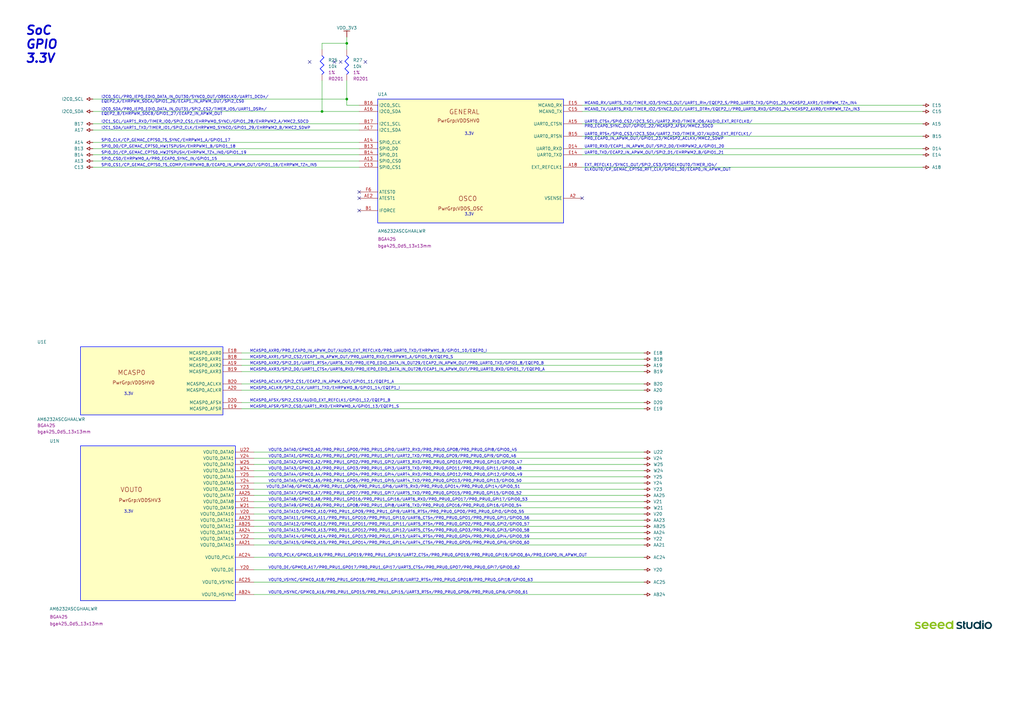
<source format=kicad_sch>
(kicad_sch (version 20231120) (generator "eeschema") (generator_version "8.0")
  (paper "User" 419.989 297.002)
  (lib_symbols
    (symbol "pocketbeagle2-kicad-altium-import:A13_ARROW" (power)
      (property "Reference" "#PWR" (at 0 0 0))
      (property "Value" "A13" (at 0 3.81 0))
      (symbol "A13_ARROW_0_0"
        (pin power_in line (at 0 0 0) (length 0) hide (name "A13") (number ""))
      )
    )
    (symbol "pocketbeagle2-kicad-altium-import:A14_ARROW" (power)
      (property "Reference" "#PWR" (at 0 0 0))
      (property "Value" "A14" (at 0 3.81 0))
      (symbol "A14_ARROW_0_0"
        (pin power_in line (at 0 0 0) (length 0) hide (name "A14") (number ""))
      )
    )
    (symbol "pocketbeagle2-kicad-altium-import:A15_ARROW" (power)
      (property "Reference" "#PWR" (at 0 0 0))
      (property "Value" "A15" (at 0 3.81 0))
      (symbol "A15_ARROW_0_0"
        (pin power_in line (at 0 0 0) (length 0) hide (name "A15") (number ""))
      )
    )
    (symbol "pocketbeagle2-kicad-altium-import:A17_ARROW" (power)
      (property "Reference" "#PWR" (at 0 0 0))
      (property "Value" "A17" (at 0 3.81 0))
      (symbol "A17_ARROW_0_0"
        (pin power_in line (at 0 0 0) (length 0) hide (name "A17") (number ""))
      )
    )
    (symbol "pocketbeagle2-kicad-altium-import:A18_ARROW" (power)
      (property "Reference" "#PWR" (at 0 0 0))
      (property "Value" "A18" (at 0 3.81 0))
      (symbol "A18_ARROW_0_0"
        (pin power_in line (at 0 0 0) (length 0) hide (name "A18") (number ""))
      )
    )
    (symbol "pocketbeagle2-kicad-altium-import:A19_ARROW" (power)
      (property "Reference" "#PWR" (at 0 0 0))
      (property "Value" "A19" (at 0 3.81 0))
      (symbol "A19_ARROW_0_0"
        (pin power_in line (at 0 0 0) (length 0) hide (name "A19") (number ""))
      )
    )
    (symbol "pocketbeagle2-kicad-altium-import:A20_ARROW" (power)
      (property "Reference" "#PWR" (at 0 0 0))
      (property "Value" "A20" (at 0 3.81 0))
      (symbol "A20_ARROW_0_0"
        (pin power_in line (at 0 0 0) (length 0) hide (name "A20") (number ""))
      )
    )
    (symbol "pocketbeagle2-kicad-altium-import:AA21_ARROW" (power)
      (property "Reference" "#PWR" (at 0 0 0))
      (property "Value" "AA21" (at 0 3.81 0))
      (symbol "AA21_ARROW_0_0"
        (pin power_in line (at 0 0 0) (length 0) hide (name "AA21") (number ""))
      )
    )
    (symbol "pocketbeagle2-kicad-altium-import:AA23_ARROW" (power)
      (property "Reference" "#PWR" (at 0 0 0))
      (property "Value" "AA23" (at 0 3.81 0))
      (symbol "AA23_ARROW_0_0"
        (pin power_in line (at 0 0 0) (length 0) hide (name "AA23") (number ""))
      )
    )
    (symbol "pocketbeagle2-kicad-altium-import:AA24_ARROW" (power)
      (property "Reference" "#PWR" (at 0 0 0))
      (property "Value" "AA24" (at 0 3.81 0))
      (symbol "AA24_ARROW_0_0"
        (pin power_in line (at 0 0 0) (length 0) hide (name "AA24") (number ""))
      )
    )
    (symbol "pocketbeagle2-kicad-altium-import:AA25_ARROW" (power)
      (property "Reference" "#PWR" (at 0 0 0))
      (property "Value" "AA25" (at 0 3.81 0))
      (symbol "AA25_ARROW_0_0"
        (pin power_in line (at 0 0 0) (length 0) hide (name "AA25") (number ""))
      )
    )
    (symbol "pocketbeagle2-kicad-altium-import:AB24_ARROW" (power)
      (property "Reference" "#PWR" (at 0 0 0))
      (property "Value" "AB24" (at 0 3.81 0))
      (symbol "AB24_ARROW_0_0"
        (pin power_in line (at 0 0 0) (length 0) hide (name "AB24") (number ""))
      )
    )
    (symbol "pocketbeagle2-kicad-altium-import:AB25_ARROW" (power)
      (property "Reference" "#PWR" (at 0 0 0))
      (property "Value" "AB25" (at 0 3.81 0))
      (symbol "AB25_ARROW_0_0"
        (pin power_in line (at 0 0 0) (length 0) hide (name "AB25") (number ""))
      )
    )
    (symbol "pocketbeagle2-kicad-altium-import:AC24_ARROW" (power)
      (property "Reference" "#PWR" (at 0 0 0))
      (property "Value" "AC24" (at 0 3.81 0))
      (symbol "AC24_ARROW_0_0"
        (pin power_in line (at 0 0 0) (length 0) hide (name "AC24") (number ""))
      )
    )
    (symbol "pocketbeagle2-kicad-altium-import:AC25_ARROW" (power)
      (property "Reference" "#PWR" (at 0 0 0))
      (property "Value" "AC25" (at 0 3.81 0))
      (symbol "AC25_ARROW_0_0"
        (pin power_in line (at 0 0 0) (length 0) hide (name "AC25") (number ""))
      )
    )
    (symbol "pocketbeagle2-kicad-altium-import:B13_ARROW" (power)
      (property "Reference" "#PWR" (at 0 0 0))
      (property "Value" "B13" (at 0 3.81 0))
      (symbol "B13_ARROW_0_0"
        (pin power_in line (at 0 0 0) (length 0) hide (name "B13") (number ""))
      )
    )
    (symbol "pocketbeagle2-kicad-altium-import:B14_ARROW" (power)
      (property "Reference" "#PWR" (at 0 0 0))
      (property "Value" "B14" (at 0 3.81 0))
      (symbol "B14_ARROW_0_0"
        (pin power_in line (at 0 0 0) (length 0) hide (name "B14") (number ""))
      )
    )
    (symbol "pocketbeagle2-kicad-altium-import:B15_ARROW" (power)
      (property "Reference" "#PWR" (at 0 0 0))
      (property "Value" "B15" (at 0 3.81 0))
      (symbol "B15_ARROW_0_0"
        (pin power_in line (at 0 0 0) (length 0) hide (name "B15") (number ""))
      )
    )
    (symbol "pocketbeagle2-kicad-altium-import:B17_ARROW" (power)
      (property "Reference" "#PWR" (at 0 0 0))
      (property "Value" "B17" (at 0 3.81 0))
      (symbol "B17_ARROW_0_0"
        (pin power_in line (at 0 0 0) (length 0) hide (name "B17") (number ""))
      )
    )
    (symbol "pocketbeagle2-kicad-altium-import:B18_ARROW" (power)
      (property "Reference" "#PWR" (at 0 0 0))
      (property "Value" "B18" (at 0 3.81 0))
      (symbol "B18_ARROW_0_0"
        (pin power_in line (at 0 0 0) (length 0) hide (name "B18") (number ""))
      )
    )
    (symbol "pocketbeagle2-kicad-altium-import:B19_ARROW" (power)
      (property "Reference" "#PWR" (at 0 0 0))
      (property "Value" "B19" (at 0 3.81 0))
      (symbol "B19_ARROW_0_0"
        (pin power_in line (at 0 0 0) (length 0) hide (name "B19") (number ""))
      )
    )
    (symbol "pocketbeagle2-kicad-altium-import:B20_ARROW" (power)
      (property "Reference" "#PWR" (at 0 0 0))
      (property "Value" "B20" (at 0 3.81 0))
      (symbol "B20_ARROW_0_0"
        (pin power_in line (at 0 0 0) (length 0) hide (name "B20") (number ""))
      )
    )
    (symbol "pocketbeagle2-kicad-altium-import:C13_ARROW" (power)
      (property "Reference" "#PWR" (at 0 0 0))
      (property "Value" "C13" (at 0 3.81 0))
      (symbol "C13_ARROW_0_0"
        (pin power_in line (at 0 0 0) (length 0) hide (name "C13") (number ""))
      )
    )
    (symbol "pocketbeagle2-kicad-altium-import:C15_ARROW" (power)
      (property "Reference" "#PWR" (at 0 0 0))
      (property "Value" "C15" (at 0 3.81 0))
      (symbol "C15_ARROW_0_0"
        (pin power_in line (at 0 0 0) (length 0) hide (name "C15") (number ""))
      )
    )
    (symbol "pocketbeagle2-kicad-altium-import:D14_ARROW" (power)
      (property "Reference" "#PWR" (at 0 0 0))
      (property "Value" "D14" (at 0 3.81 0))
      (symbol "D14_ARROW_0_0"
        (pin power_in line (at 0 0 0) (length 0) hide (name "D14") (number ""))
      )
    )
    (symbol "pocketbeagle2-kicad-altium-import:D20_ARROW" (power)
      (property "Reference" "#PWR" (at 0 0 0))
      (property "Value" "D20" (at 0 3.81 0))
      (symbol "D20_ARROW_0_0"
        (pin power_in line (at 0 0 0) (length 0) hide (name "D20") (number ""))
      )
    )
    (symbol "pocketbeagle2-kicad-altium-import:E14_ARROW" (power)
      (property "Reference" "#PWR" (at 0 0 0))
      (property "Value" "E14" (at 0 3.81 0))
      (symbol "E14_ARROW_0_0"
        (pin power_in line (at 0 0 0) (length 0) hide (name "E14") (number ""))
      )
    )
    (symbol "pocketbeagle2-kicad-altium-import:E15_ARROW" (power)
      (property "Reference" "#PWR" (at 0 0 0))
      (property "Value" "E15" (at 0 3.81 0))
      (symbol "E15_ARROW_0_0"
        (pin power_in line (at 0 0 0) (length 0) hide (name "E15") (number ""))
      )
    )
    (symbol "pocketbeagle2-kicad-altium-import:E18_ARROW" (power)
      (property "Reference" "#PWR" (at 0 0 0))
      (property "Value" "E18" (at 0 3.81 0))
      (symbol "E18_ARROW_0_0"
        (pin power_in line (at 0 0 0) (length 0) hide (name "E18") (number ""))
      )
    )
    (symbol "pocketbeagle2-kicad-altium-import:E19_ARROW" (power)
      (property "Reference" "#PWR" (at 0 0 0))
      (property "Value" "E19" (at 0 3.81 0))
      (symbol "E19_ARROW_0_0"
        (pin power_in line (at 0 0 0) (length 0) hide (name "E19") (number ""))
      )
    )
    (symbol "pocketbeagle2-kicad-altium-import:I2C0_SCL_ARROW" (power)
      (property "Reference" "#PWR" (at 0 0 0))
      (property "Value" "I2C0_SCL" (at 0 3.81 0))
      (symbol "I2C0_SCL_ARROW_0_0"
        (pin power_in line (at 0 0 0) (length 0) hide (name "I2C0_SCL") (number ""))
      )
    )
    (symbol "pocketbeagle2-kicad-altium-import:I2C0_SDA_ARROW" (power)
      (property "Reference" "#PWR" (at 0 0 0))
      (property "Value" "I2C0_SDA" (at 0 3.81 0))
      (symbol "I2C0_SDA_ARROW_0_0"
        (pin power_in line (at 0 0 0) (length 0) hide (name "I2C0_SDA") (number ""))
      )
    )
    (symbol "pocketbeagle2-kicad-altium-import:U22_ARROW" (power)
      (property "Reference" "#PWR" (at 0 0 0))
      (property "Value" "U22" (at 0 3.81 0))
      (symbol "U22_ARROW_0_0"
        (pin power_in line (at 0 0 0) (length 0) hide (name "U22") (number ""))
      )
    )
    (symbol "pocketbeagle2-kicad-altium-import:V20_ARROW" (power)
      (property "Reference" "#PWR" (at 0 0 0))
      (property "Value" "V20" (at 0 3.81 0))
      (symbol "V20_ARROW_0_0"
        (pin power_in line (at 0 0 0) (length 0) hide (name "V20") (number ""))
      )
    )
    (symbol "pocketbeagle2-kicad-altium-import:V21_ARROW" (power)
      (property "Reference" "#PWR" (at 0 0 0))
      (property "Value" "V21" (at 0 3.81 0))
      (symbol "V21_ARROW_0_0"
        (pin power_in line (at 0 0 0) (length 0) hide (name "V21") (number ""))
      )
    )
    (symbol "pocketbeagle2-kicad-altium-import:V24_ARROW" (power)
      (property "Reference" "#PWR" (at 0 0 0))
      (property "Value" "V24" (at 0 3.81 0))
      (symbol "V24_ARROW_0_0"
        (pin power_in line (at 0 0 0) (length 0) hide (name "V24") (number ""))
      )
    )
    (symbol "pocketbeagle2-kicad-altium-import:VDD_3V3_BAR" (power)
      (property "Reference" "#PWR" (at 0 0 0))
      (property "Value" "VDD_3V3" (at 0 3.81 0))
      (symbol "VDD_3V3_BAR_0_0"
        (pin power_in line (at 0 0 0) (length 0) hide (name "VDD_3V3") (number ""))
      )
    )
    (symbol "pocketbeagle2-kicad-altium-import:W21_ARROW" (power)
      (property "Reference" "#PWR" (at 0 0 0))
      (property "Value" "W21" (at 0 3.81 0))
      (symbol "W21_ARROW_0_0"
        (pin power_in line (at 0 0 0) (length 0) hide (name "W21") (number ""))
      )
    )
    (symbol "pocketbeagle2-kicad-altium-import:W24_ARROW" (power)
      (property "Reference" "#PWR" (at 0 0 0))
      (property "Value" "W24" (at 0 3.81 0))
      (symbol "W24_ARROW_0_0"
        (pin power_in line (at 0 0 0) (length 0) hide (name "W24") (number ""))
      )
    )
    (symbol "pocketbeagle2-kicad-altium-import:W25_ARROW" (power)
      (property "Reference" "#PWR" (at 0 0 0))
      (property "Value" "W25" (at 0 3.81 0))
      (symbol "W25_ARROW_0_0"
        (pin power_in line (at 0 0 0) (length 0) hide (name "W25") (number ""))
      )
    )
    (symbol "pocketbeagle2-kicad-altium-import:Y20_ARROW" (power)
      (property "Reference" "#PWR" (at 0 0 0))
      (property "Value" "Y20" (at 0 3.81 0))
      (symbol "Y20_ARROW_0_0"
        (pin power_in line (at 0 0 0) (length 0) hide (name "Y20") (number ""))
      )
    )
    (symbol "pocketbeagle2-kicad-altium-import:Y22_ARROW" (power)
      (property "Reference" "#PWR" (at 0 0 0))
      (property "Value" "Y22" (at 0 3.81 0))
      (symbol "Y22_ARROW_0_0"
        (pin power_in line (at 0 0 0) (length 0) hide (name "Y22") (number ""))
      )
    )
    (symbol "pocketbeagle2-kicad-altium-import:Y23_ARROW" (power)
      (property "Reference" "#PWR" (at 0 0 0))
      (property "Value" "Y23" (at 0 3.81 0))
      (symbol "Y23_ARROW_0_0"
        (pin power_in line (at 0 0 0) (length 0) hide (name "Y23") (number ""))
      )
    )
    (symbol "pocketbeagle2-kicad-altium-import:Y24_ARROW" (power)
      (property "Reference" "#PWR" (at 0 0 0))
      (property "Value" "Y24" (at 0 3.81 0))
      (symbol "Y24_ARROW_0_0"
        (pin power_in line (at 0 0 0) (length 0) hide (name "Y24") (number ""))
      )
    )
    (symbol "pocketbeagle2-kicad-altium-import:Y25_ARROW" (power)
      (property "Reference" "#PWR" (at 0 0 0))
      (property "Value" "Y25" (at 0 3.81 0))
      (symbol "Y25_ARROW_0_0"
        (pin power_in line (at 0 0 0) (length 0) hide (name "Y25") (number ""))
      )
    )
    (symbol "pocketbeagle2-kicad-altium-import:root_0_AM62x_BGA425"
      (symbol "root_0_AM62x_BGA425_1_0"
        (text "GENERAL" (at 29.21 -6.35 0) (effects (font (size 1.905 1.905)) (justify left bottom)))
        (text "OSC0" (at 33.02 -41.91 0) (effects (font (size 1.905 1.905)) (justify left bottom)))
        (text "PwrGrp:VDDS_OSC" (at 24.638 -45.72 0) (effects (font (size 1.397 1.397)) (justify left bottom)))
        (text "PwrGrp:VDDSHV0" (at 24.384 -9.652 0) (effects (font (size 1.397 1.397)) (justify left bottom)))
        (pin passive line (at -7.62 -25.4 0) (length 7.62) (name "SPI0_CS0") (number "A13"))
        (pin passive line (at -7.62 -17.78 0) (length 7.62) (name "SPI0_CLK") (number "A14"))
        (pin passive line (at 83.82 -10.16 180) (length 7.62) (name "UART0_CTSN") (number "A15"))
        (pin passive line (at -7.62 -5.08 0) (length 7.62) (name "I2C0_SDA") (number "A16"))
        (pin passive line (at -7.62 -12.7 0) (length 7.62) (name "I2C1_SDA") (number "A17"))
        (pin passive line (at 83.82 -27.94 180) (length 7.62) (name "EXT_REFCLK1") (number "A18"))
        (pin passive line (at 83.82 -40.64 180) (length 7.62) (name "VSENSE") (number "A2"))
        (pin passive line (at -7.62 -40.64 0) (length 7.62) (name "ATEST1") (number "AE2"))
        (pin passive line (at -7.62 -45.72 0) (length 7.62) (name "IFORCE") (number "B1"))
        (pin passive line (at -7.62 -20.32 0) (length 7.62) (name "SPI0_D0") (number "B13"))
        (pin passive line (at -7.62 -22.86 0) (length 7.62) (name "SPI0_D1") (number "B14"))
        (pin passive line (at 83.82 -15.24 180) (length 7.62) (name "UART0_RTSN") (number "B15"))
        (pin passive line (at -7.62 -2.54 0) (length 7.62) (name "I2C0_SCL") (number "B16"))
        (pin passive line (at -7.62 -10.16 0) (length 7.62) (name "I2C1_SCL") (number "B17"))
        (pin passive line (at -7.62 -27.94 0) (length 7.62) (name "SPI0_CS1") (number "C13"))
        (pin passive line (at 83.82 -5.08 180) (length 7.62) (name "MCAN0_TX") (number "C15"))
        (pin passive line (at 83.82 -20.32 180) (length 7.62) (name "UART0_RXD") (number "D14"))
        (pin passive line (at 83.82 -22.86 180) (length 7.62) (name "UART0_TXD") (number "E14"))
        (pin passive line (at 83.82 -2.54 180) (length 7.62) (name "MCAN0_RX") (number "E15"))
        (pin passive line (at -7.62 -38.1 0) (length 7.62) (name "ATEST0") (number "F6"))
      )
      (symbol "root_0_AM62x_BGA425_2_0"
        (text "MCU GENERAL" (at 19.05 -6.35 0) (effects (font (size 1.905 1.905)) (justify left bottom)))
        (text "PwrGrp:VDDSHV_MCU" (at 16.764 -10.16 0) (effects (font (size 1.397 1.397)) (justify left bottom)))
        (pin passive clock (at -7.62 -10.16 0) (length 7.62) (name "TCK") (number "A10"))
        (pin passive line (at -7.62 -12.7 0) (length 7.62) (name "TDI") (number "A11"))
        (pin passive line (at -7.62 -20.32 0) (length 7.62) (name "TRSTN") (number "B10"))
        (pin passive line (at -7.62 -17.78 0) (length 7.62) (name "TMS") (number "B11"))
        (pin passive line (at -7.62 -5.08 0) (length 7.62) (name "EMU1") (number "C11"))
        (pin passive line (at -7.62 -15.24 0) (length 7.62) (name "TDO") (number "D12"))
        (pin passive line (at -7.62 -2.54 0) (length 7.62) (name "EMU0") (number "E12"))
      )
      (symbol "root_0_AM62x_BGA425_3_0"
        (text "GENERAL" (at 35.814 -35.814 0) (effects (font (size 1.905 1.905)) (justify left bottom)))
        (text "MCU GENERAL" (at 33.02 -19.05 0) (effects (font (size 1.905 1.905)) (justify left bottom)))
        (text "OSC0" (at 39.116 -6.35 0) (effects (font (size 1.905 1.905)) (justify left bottom)))
        (text "PwrGrp:VDDS_OSC" (at 30.988 -9.398 0) (effects (font (size 1.397 1.397)) (justify left bottom)))
        (text "PwrGrp:VDDSHV0" (at 31.496 -39.116 0) (effects (font (size 1.397 1.397)) (justify left bottom)))
        (text "PwrGrp:VDDSHV_MCU" (at 30.226 -22.352 0) (effects (font (size 1.397 1.397)) (justify left bottom)))
        (pin passive line (at -7.62 -15.24 0) (length 7.62) (name "MCU_RESETSTATZ") (number "B12"))
        (pin passive line (at -7.62 -2.54 0) (length 7.62) (name "MCU_ERRORN") (number "D1"))
        (pin passive line (at -7.62 -27.94 0) (length 7.62) (name "EXTINTN") (number "D16"))
        (pin passive line (at -7.62 -7.62 0) (length 7.62) (name "MCU_PORZ") (number "D2"))
        (pin passive line (at -7.62 -20.32 0) (length 7.62) (name "MCU_RESETZ") (number "E11"))
        (pin passive line (at -7.62 -33.02 0) (length 7.62) (name "PORZ_OUT") (number "E21"))
        (pin passive line (at -7.62 -38.1 0) (length 7.62) (name "RESET_REQZ") (number "F20"))
        (pin passive line (at -7.62 -43.18 0) (length 7.62) (name "RESETSTATZ") (number "F22"))
      )
      (symbol "root_0_AM62x_BGA425_4_0"
        (text "GENERAL" (at 33.782 -42.926 0) (effects (font (size 1.905 1.905)) (justify left bottom)))
        (text "PwrGrp:VDDSHV0" (at 31.242 -46.482 0) (effects (font (size 1.397 1.397)) (justify left bottom)))
        (text "USB0" (at 37.084 -5.334 0) (effects (font (size 1.905 1.905)) (justify left bottom)))
        (text "USB1" (at 36.83 -25.146 0) (effects (font (size 1.905 1.905)) (justify left bottom)))
        (text_box "PwrGrp:VDDA_1P8_USB, \n       VDDA_3P3_USB" (at 64.262 -26.416 0) (size -38.1 -5.588) (stroke (width -0.0001)) (fill (type color) (color 255 255 176 1)) (effects (font (size 1.27 1.27)) (justify left top)))
        (text_box "PwrGrp:VDDA_1P8_USB, \n       VDDA_3P3_USB" (at 64.262 -6.096 0) (size -38.1 -5.588) (stroke (width -0.0001)) (fill (type color) (color 255 255 176 1)) (effects (font (size 1.27 1.27)) (justify left top)))
        (pin passive line (at -7.62 -35.56 0) (length 7.62) (name "USB1_VBUS") (number "AB10"))
        (pin passive line (at -7.62 -15.24 0) (length 7.62) (name "USB0_VBUS") (number "AC11"))
        (pin passive line (at -7.62 -30.48 0) (length 7.62) (name "USB1_RCALIB") (number "AC9"))
        (pin passive line (at -7.62 -25.4 0) (length 7.62) (name "USB1_DM") (number "AD10"))
        (pin passive line (at -7.62 -2.54 0) (length 7.62) (name "USB0_DP") (number "AD11"))
        (pin passive line (at -7.62 -10.16 0) (length 7.62) (name "USB0_RCALIB") (number "AE10"))
        (pin passive line (at -7.62 -5.08 0) (length 7.62) (name "USB0_DM") (number "AE11"))
        (pin passive line (at -7.62 -22.86 0) (length 7.62) (name "USB1_DP") (number "AE9"))
        (pin passive line (at -7.62 -43.18 0) (length 7.62) (name "USB0_DRVVBUS") (number "C20"))
        (pin passive line (at -7.62 -45.72 0) (length 7.62) (name "USB1_DRVVBUS") (number "F18"))
      )
      (symbol "root_0_AM62x_BGA425_5_0"
        (text "MCASP0" (at 31.75 -11.684 0) (effects (font (size 1.905 1.905)) (justify left bottom)))
        (text "PwrGrp:VDDSHV0" (at 27.94 -15.494 0) (effects (font (size 1.397 1.397)) (justify left bottom)))
        (pin passive line (at -7.62 -7.62 0) (length 7.62) (name "MCASP0_AXR2") (number "A19"))
        (pin passive line (at -7.62 -17.78 0) (length 7.62) (name "MCASP0_ACLKR") (number "A20"))
        (pin passive line (at -7.62 -5.08 0) (length 7.62) (name "MCASP0_AXR1") (number "B18"))
        (pin passive line (at -7.62 -10.16 0) (length 7.62) (name "MCASP0_AXR3") (number "B19"))
        (pin passive line (at -7.62 -15.24 0) (length 7.62) (name "MCASP0_ACLKX") (number "B20"))
        (pin passive line (at -7.62 -22.86 0) (length 7.62) (name "MCASP0_AFSX") (number "D20"))
        (pin passive line (at -7.62 -2.54 0) (length 7.62) (name "MCASP0_AXR0") (number "E18"))
        (pin passive line (at -7.62 -25.4 0) (length 7.62) (name "MCASP0_AFSR") (number "E19"))
      )
      (symbol "root_0_AM62x_BGA425_6_0"
        (text "GPMC" (at 35.56 -9.398 0) (effects (font (size 1.905 1.905)) (justify left bottom)))
        (text "PwrGrp:VDDSHV3" (at 27.94 -12.954 0) (effects (font (size 1.397 1.397)) (justify left bottom)))
        (pin passive line (at -7.62 -55.88 0) (length 7.62) (name "GPMC0_CSN2") (number "K22"))
        (pin passive line (at -7.62 -58.42 0) (length 7.62) (name "GPMC0_CSN3") (number "K24"))
        (pin passive line (at -7.62 -91.44 0) (length 7.62) (name "GPMC0_WPN") (number "K25"))
        (pin passive line (at -7.62 -53.34 0) (length 7.62) (name "GPMC0_CSN1") (number "L21"))
        (pin passive line (at -7.62 -63.5 0) (length 7.62) (name "GPMC0_ADVN_ALE") (number "L23"))
        (pin passive line (at -7.62 -96.52 0) (length 7.62) (name "GPMC0_OEN_REN") (number "L24"))
        (pin passive line (at -7.62 -101.6 0) (length 7.62) (name "GPMC0_WEN") (number "L25"))
        (pin passive line (at -7.62 -50.8 0) (length 7.62) (name "GPMC0_CSN0") (number "M21"))
        (pin passive line (at -7.62 -78.74 0) (length 7.62) (name "GPMC0_DIR") (number "M22"))
        (pin passive line (at -7.62 -68.58 0) (length 7.62) (name "GPMC0_BE0N_CLE") (number "M24"))
        (pin passive line (at -7.62 -7.62 0) (length 7.62) (name "GPMC0_AD0") (number "M25"))
        (pin passive line (at -7.62 -73.66 0) (length 7.62) (name "GPMC0_BE1N") (number "N20"))
        (pin passive line (at -7.62 -10.16 0) (length 7.62) (name "GPMC0_AD1") (number "N23"))
        (pin passive line (at -7.62 -12.7 0) (length 7.62) (name "GPMC0_AD2") (number "N24"))
        (pin passive line (at -7.62 -15.24 0) (length 7.62) (name "GPMC0_AD3") (number "N25"))
        (pin passive line (at -7.62 -22.86 0) (length 7.62) (name "GPMC0_AD6") (number "P21"))
        (pin passive line (at -7.62 -20.32 0) (length 7.62) (name "GPMC0_AD5") (number "P22"))
        (pin passive line (at -7.62 -17.78 0) (length 7.62) (name "GPMC0_AD4") (number "P24"))
        (pin passive line (at -7.62 -2.54 0) (length 7.62) (name "GPMC0_CLK") (number "P25"))
        (pin passive line (at -7.62 -35.56 0) (length 7.62) (name "GPMC0_AD11") (number "R21"))
        (pin passive line (at -7.62 -25.4 0) (length 7.62) (name "GPMC0_AD7") (number "R23"))
        (pin passive line (at -7.62 -27.94 0) (length 7.62) (name "GPMC0_AD8") (number "R24"))
        (pin passive line (at -7.62 -30.48 0) (length 7.62) (name "GPMC0_AD9") (number "R25"))
        (pin passive line (at -7.62 -38.1 0) (length 7.62) (name "GPMC0_AD12") (number "T22"))
        (pin passive line (at -7.62 -40.64 0) (length 7.62) (name "GPMC0_AD13") (number "T24"))
        (pin passive line (at -7.62 -33.02 0) (length 7.62) (name "GPMC0_AD10") (number "T25"))
        (pin passive line (at -7.62 -83.82 0) (length 7.62) (name "GPMC0_WAIT0") (number "U23"))
        (pin passive line (at -7.62 -45.72 0) (length 7.62) (name "GPMC0_AD15") (number "U24"))
        (pin passive line (at -7.62 -43.18 0) (length 7.62) (name "GPMC0_AD14") (number "U25"))
        (pin passive line (at -7.62 -86.36 0) (length 7.62) (name "GPMC0_WAIT1") (number "V25"))
      )
      (symbol "root_0_AM62x_BGA425_7_0"
        (text "DDR" (at 37.846 -8.89 0) (effects (font (size 1.905 1.905)) (justify left bottom)))
        (text_box "PwrGrp:VDDS_DDR, \n       VDDS_DDR_C" (at 58.928 -10.16 0) (size -30.988 -5.588) (stroke (width -0.0001)) (fill (type color) (color 255 255 176 1)) (effects (font (size 1.27 1.27)) (justify left top)))
        (pin passive line (at 99.06 -50.8 180) (length 7.62) (name "DDR0_DQS0") (number "E1"))
        (pin passive line (at 99.06 -53.34 180) (length 7.62) (name "DDR0_DQS0_N") (number "E2"))
        (pin passive line (at -7.62 -12.7 0) (length 7.62) (name "DDR0_DQ4") (number "E3"))
        (pin passive line (at -7.62 -20.32 0) (length 7.62) (name "DDR0_DQ7") (number "F1"))
        (pin passive line (at -7.62 -17.78 0) (length 7.62) (name "DDR0_DQ6") (number "F2"))
        (pin passive line (at -7.62 -7.62 0) (length 7.62) (name "DDR0_DQ2") (number "F3"))
        (pin passive line (at -7.62 -2.54 0) (length 7.62) (name "DDR0_DQ0") (number "F4"))
        (pin passive line (at -7.62 -129.54 0) (length 7.62) (name "DDR0_RESET0_N") (number "G1"))
        (pin passive line (at -7.62 -15.24 0) (length 7.62) (name "DDR0_DQ5") (number "G2"))
        (pin passive line (at -7.62 -5.08 0) (length 7.62) (name "DDR0_DQ1") (number "G5"))
        (pin passive line (at -7.62 -91.44 0) (length 7.62) (name "DDR0_ODT0") (number "H1"))
        (pin passive line (at -7.62 -76.2 0) (length 7.62) (name "DDR0_CKE0") (number "H2"))
        (pin passive line (at 99.06 -2.54 180) (length 7.62) (name "DDR0_DM0") (number "H5"))
        (pin passive line (at -7.62 -10.16 0) (length 7.62) (name "DDR0_DQ3") (number "H6"))
        (pin passive line (at 99.06 -10.16 180) (length 7.62) (name "DDR0_A0") (number "J1"))
        (pin passive line (at 99.06 -12.7 180) (length 7.62) (name "DDR0_A1") (number "J2"))
        (pin passive line (at -7.62 -93.98 0) (length 7.62) (name "DDR0_ODT1") (number "J3"))
        (pin passive line (at -7.62 -78.74 0) (length 7.62) (name "DDR0_CKE1") (number "J4"))
        (pin passive line (at 99.06 -22.86 180) (length 7.62) (name "DDR0_A5") (number "K1"))
        (pin passive line (at -7.62 -86.36 0) (length 7.62) (name "DDR0_CS1_N") (number "K2"))
        (pin passive line (at 99.06 -15.24 180) (length 7.62) (name "DDR0_A2") (number "K3"))
        (pin passive line (at 99.06 -20.32 180) (length 7.62) (name "DDR0_A4") (number "K4"))
        (pin passive line (at -7.62 -68.58 0) (length 7.62) (name "DDR0_CK0") (number "L1"))
        (pin passive line (at -7.62 -71.12 0) (length 7.62) (name "DDR0_CK0_N") (number "L2"))
        (pin passive line (at 99.06 -17.78 180) (length 7.62) (name "DDR0_A3") (number "L5"))
        (pin passive line (at -7.62 -83.82 0) (length 7.62) (name "DDR0_CS0_N") (number "L6"))
        (pin passive line (at -7.62 -45.72 0) (length 7.62) (name "DDR0_BA0") (number "M1"))
        (pin passive line (at -7.62 -109.22 0) (length 7.62) (name "DDR0_CAL0") (number "M2"))
        (pin passive line (at -7.62 -114.3 0) (length 7.62) (name "DDR0_CAS_N") (number "M4"))
        (pin passive line (at -7.62 -124.46 0) (length 7.62) (name "DDR0_RAS_N") (number "M5"))
        (pin passive line (at -7.62 -48.26 0) (length 7.62) (name "DDR0_BA1") (number "N1"))
        (pin passive line (at -7.62 -55.88 0) (length 7.62) (name "DDR0_BG1") (number "N2"))
        (pin passive line (at -7.62 -134.62 0) (length 7.62) (name "DDR0_WE_N") (number "N3"))
        (pin passive line (at -7.62 -99.06 0) (length 7.62) (name "DDR0_ACT_N") (number "N6"))
        (pin passive line (at 99.06 -30.48 180) (length 7.62) (name "DDR0_A8") (number "P1"))
        (pin passive line (at 99.06 -27.94 180) (length 7.62) (name "DDR0_A7") (number "P2"))
        (pin passive line (at 99.06 -33.02 180) (length 7.62) (name "DDR0_A9") (number "P4"))
        (pin passive line (at 99.06 -38.1 180) (length 7.62) (name "DDR0_A11") (number "P5"))
        (pin passive line (at 99.06 -43.18 180) (length 7.62) (name "DDR0_A13") (number "R1"))
        (pin passive line (at 99.06 -25.4 180) (length 7.62) (name "DDR0_A6") (number "R2"))
        (pin passive line (at -7.62 -104.14 0) (length 7.62) (name "DDR0_ALERT_N") (number "R3"))
        (pin passive line (at 99.06 -35.56 180) (length 7.62) (name "DDR0_A10") (number "R5"))
        (pin passive line (at 99.06 -40.64 180) (length 7.62) (name "DDR0_A12") (number "R6"))
        (pin passive line (at -7.62 -119.38 0) (length 7.62) (name "DDR0_PAR") (number "T1"))
        (pin passive line (at -7.62 -60.96 0) (length 7.62) (name "DDR0_ATB0") (number "T2"))
        (pin passive line (at -7.62 -53.34 0) (length 7.62) (name "DDR0_BG0") (number "T4"))
        (pin passive line (at -7.62 -22.86 0) (length 7.62) (name "DDR0_DQ8") (number "U1"))
        (pin passive line (at -7.62 -27.94 0) (length 7.62) (name "DDR0_DQ10") (number "U2"))
        (pin passive line (at -7.62 -25.4 0) (length 7.62) (name "DDR0_DQ9") (number "U3"))
        (pin passive line (at -7.62 -63.5 0) (length 7.62) (name "DDR0_ATB1") (number "U4"))
        (pin passive line (at 99.06 -58.42 180) (length 7.62) (name "DDR0_DQS1") (number "V1"))
        (pin passive line (at 99.06 -60.96 180) (length 7.62) (name "DDR0_DQS1_N") (number "V2"))
        (pin passive line (at -7.62 -30.48 0) (length 7.62) (name "DDR0_DQ11") (number "V5"))
        (pin passive line (at -7.62 -35.56 0) (length 7.62) (name "DDR0_DQ13") (number "V6"))
        (pin passive line (at -7.62 -40.64 0) (length 7.62) (name "DDR0_DQ15") (number "W1"))
        (pin passive line (at -7.62 -33.02 0) (length 7.62) (name "DDR0_DQ12") (number "W2"))
        (pin passive line (at 99.06 -5.08 180) (length 7.62) (name "DDR0_DM1") (number "W5"))
        (pin passive line (at -7.62 -38.1 0) (length 7.62) (name "DDR0_DQ14") (number "Y1"))
      )
      (symbol "root_0_AM62x_BGA425_8_0"
        (text "CANUART" (at 41.402 -49.784 0) (effects (font (size 1.905 1.905)) (justify left bottom)))
        (text "MCU GENERAL" (at 37.084 -10.922 0) (effects (font (size 1.905 1.905)) (justify left bottom)))
        (text "OSC0" (at 44.45 -31.75 0) (effects (font (size 1.905 1.905)) (justify left bottom)))
        (text "PwrGrp:VDDS_OSC" (at 37.084 -36.068 0) (effects (font (size 1.397 1.397)) (justify left bottom)))
        (text "PwrGrp:VDDSHV_CANUART" (at 30.988 -54.102 0) (effects (font (size 1.397 1.397)) (justify left bottom)))
        (text "PwrGrp:VDDSHV_MCU" (at 34.544 -14.986 0) (effects (font (size 1.397 1.397)) (justify left bottom)))
        (pin passive line (at -7.62 -35.56 0) (length 7.62) (name "MCU_OSC0_XO") (number "A3"))
        (pin passive line (at -7.62 -45.72 0) (length 7.62) (name "MCU_UART0_TXD") (number "A5"))
        (pin passive line (at -7.62 -50.8 0) (length 7.62) (name "MCU_UART0_CTSN") (number "A6"))
        (pin passive line (at -7.62 -10.16 0) (length 7.62) (name "MCU_SPI0_CLK") (number "A7"))
        (pin passive line (at -7.62 -2.54 0) (length 7.62) (name "MCU_I2C0_SCL") (number "A8"))
        (pin passive line (at -7.62 -27.94 0) (length 7.62) (name "MCU_OSC0_XI") (number "B2"))
        (pin passive line (at -7.62 -58.42 0) (length 7.62) (name "MCU_MCAN0_RX") (number "B3"))
        (pin passive line (at -7.62 -43.18 0) (length 7.62) (name "MCU_UART0_RXD") (number "B5"))
        (pin passive line (at -7.62 -53.34 0) (length 7.62) (name "MCU_UART0_RTSN") (number "B6"))
        (pin passive line (at -7.62 -20.32 0) (length 7.62) (name "MCU_SPI0_CS1") (number "B8"))
        (pin passive line (at -7.62 -15.24 0) (length 7.62) (name "MCU_SPI0_D1") (number "C9"))
        (pin passive line (at -7.62 -5.08 0) (length 7.62) (name "MCU_I2C0_SDA") (number "D10"))
        (pin passive line (at -7.62 -66.04 0) (length 7.62) (name "MCU_MCAN1_RX") (number "D4"))
        (pin passive line (at -7.62 -60.96 0) (length 7.62) (name "MCU_MCAN0_TX") (number "D6"))
        (pin passive line (at -7.62 -12.7 0) (length 7.62) (name "MCU_SPI0_D0") (number "D9"))
        (pin passive line (at -7.62 -68.58 0) (length 7.62) (name "MCU_MCAN1_TX") (number "E5"))
        (pin passive line (at -7.62 -17.78 0) (length 7.62) (name "MCU_SPI0_CS0") (number "E8"))
      )
      (symbol "root_0_AM62x_BGA425_9_0"
        (text "GENERAL" (at 32.766 -66.802 0) (effects (font (size 1.905 1.905)) (justify left bottom)))
        (text "MMC0" (at 35.56 -11.43 0) (effects (font (size 1.905 1.905)) (justify left bottom)))
        (text "MMC1" (at 35.56 -46.99 0) (effects (font (size 1.905 1.905)) (justify left bottom)))
        (text "MMC2" (at 35.56 -87.63 0) (effects (font (size 1.905 1.905)) (justify left bottom)))
        (text "PwrGrp:VDDSHV0" (at 27.686 -70.866 0) (effects (font (size 1.397 1.397)) (justify left bottom)))
        (text "PwrGrp:VDDSHV4" (at 27.94 -15.494 0) (effects (font (size 1.397 1.397)) (justify left bottom)))
        (text "PwrGrp:VDDSHV5" (at 27.94 -51.054 0) (effects (font (size 1.397 1.397)) (justify left bottom)))
        (text "PwrGrp:VDDSHV6" (at 27.94 -91.694 0) (effects (font (size 1.397 1.397)) (justify left bottom)))
        (pin passive line (at -7.62 -55.88 0) (length 7.62) (name "MMC1_CMD") (number "A21"))
        (pin passive line (at -7.62 -43.18 0) (length 7.62) (name "MMC1_DAT0") (number "A22"))
        (pin passive line (at -7.62 -99.06 0) (length 7.62) (name "MMC2_SDCD") (number "A23"))
        (pin passive line (at -7.62 -10.16 0) (length 7.62) (name "MMC0_DAT1") (number "AA1"))
        (pin passive line (at -7.62 -7.62 0) (length 7.62) (name "MMC0_DAT0") (number "AA2"))
        (pin passive line (at -7.62 -12.7 0) (length 7.62) (name "MMC0_DAT2") (number "AA3"))
        (pin passive line (at -7.62 -2.54 0) (length 7.62) (name "MMC0_CLK") (number "AB1"))
        (pin passive line (at -7.62 -17.78 0) (length 7.62) (name "MMC0_DAT4") (number "AB2"))
        (pin passive line (at -7.62 -20.32 0) (length 7.62) (name "MMC0_DAT5") (number "AC1"))
        (pin passive line (at -7.62 -25.4 0) (length 7.62) (name "MMC0_DAT7") (number "AC2"))
        (pin passive line (at -7.62 -22.86 0) (length 7.62) (name "MMC0_DAT6") (number "AD2"))
        (pin passive line (at -7.62 -45.72 0) (length 7.62) (name "MMC1_DAT1") (number "B21"))
        (pin passive line (at -7.62 -38.1 0) (length 7.62) (name "MMC1_CLK") (number "B22"))
        (pin passive line (at -7.62 -104.14 0) (length 7.62) (name "MMC2_SDWP") (number "B23"))
        (pin passive line (at -7.62 -81.28 0) (length 7.62) (name "MMC2_DAT0") (number "B24"))
        (pin passive line (at -7.62 -68.58 0) (length 7.62) (name "MMC1_SDWP") (number "C17"))
        (pin passive line (at -7.62 -48.26 0) (length 7.62) (name "MMC1_DAT2") (number "C21"))
        (pin passive line (at -7.62 -93.98 0) (length 7.62) (name "MMC2_CMD") (number "C24"))
        (pin passive line (at -7.62 -83.82 0) (length 7.62) (name "MMC2_DAT1") (number "C25"))
        (pin passive line (at -7.62 -63.5 0) (length 7.62) (name "MMC1_SDCD") (number "D17"))
        (pin passive line (at -7.62 -50.8 0) (length 7.62) (name "MMC1_DAT3") (number "D22"))
        (pin passive line (at -7.62 -88.9 0) (length 7.62) (name "MMC2_DAT3") (number "D24"))
        (pin passive line (at -7.62 -76.2 0) (length 7.62) (name "MMC2_CLK") (number "D25"))
        (pin passive line (at -7.62 -86.36 0) (length 7.62) (name "MMC2_DAT2") (number "E23"))
        (pin passive line (at -7.62 -30.48 0) (length 7.62) (name "MMC0_CMD") (number "Y3"))
        (pin passive line (at -7.62 -15.24 0) (length 7.62) (name "MMC0_DAT3") (number "Y4"))
      )
      (symbol "root_0_AM62x_BGA425_10_0"
        (text "OSPI" (at 27.432 -10.16 0) (effects (font (size 1.905 1.905)) (justify left bottom)))
        (text "PwrGrp:VDDSHV1" (at 19.812 -14.224 0) (effects (font (size 1.397 1.397)) (justify left bottom)))
        (pin passive line (at -7.62 -38.1 0) (length 7.62) (name "OSPI0_CSN3") (number "E24"))
        (pin passive line (at -7.62 -7.62 0) (length 7.62) (name "OSPI0_D0") (number "E25"))
        (pin passive line (at -7.62 -30.48 0) (length 7.62) (name "OSPI0_CSN0") (number "F23"))
        (pin passive line (at -7.62 -15.24 0) (length 7.62) (name "OSPI0_D3") (number "F24"))
        (pin passive line (at -7.62 -12.7 0) (length 7.62) (name "OSPI0_D2") (number "F25"))
        (pin passive line (at -7.62 -33.02 0) (length 7.62) (name "OSPI0_CSN1") (number "G21"))
        (pin passive line (at -7.62 -10.16 0) (length 7.62) (name "OSPI0_D1") (number "G24"))
        (pin passive line (at -7.62 -48.26 0) (length 7.62) (name "OSPI0_LBCLKO") (number "G25"))
        (pin passive line (at -7.62 -35.56 0) (length 7.62) (name "OSPI0_CSN2") (number "H21"))
        (pin passive line (at -7.62 -2.54 0) (length 7.62) (name "OSPI0_CLK") (number "H24"))
        (pin passive line (at -7.62 -22.86 0) (length 7.62) (name "OSPI0_D6") (number "H25"))
        (pin passive line (at -7.62 -25.4 0) (length 7.62) (name "OSPI0_D7") (number "J22"))
        (pin passive line (at -7.62 -17.78 0) (length 7.62) (name "OSPI0_D4") (number "J23"))
        (pin passive line (at -7.62 -43.18 0) (length 7.62) (name "OSPI0_DQS") (number "J24"))
        (pin passive line (at -7.62 -20.32 0) (length 7.62) (name "OSPI0_D5") (number "J25"))
      )
      (symbol "root_0_AM62x_BGA425_11_0"
        (text "CSI" (at 38.608 -8.382 0) (effects (font (size 1.905 1.905)) (justify left bottom)))
        (text "PwrGrp:VDDA_1P8_CSIRX" (at 25.908 -12.446 0) (effects (font (size 1.397 1.397)) (justify left bottom)))
        (pin passive line (at -7.62 -40.64 0) (length 7.62) (name "CSI0_ATB_0_H") (number "AA12"))
        (pin passive line (at -7.62 -48.26 0) (length 7.62) (name "CSI0_RXRCALIB") (number "AA14"))
        (pin passive line (at -7.62 -27.94 0) (length 7.62) (name "CSI0_RXN3") (number "AB12"))
        (pin passive line (at -7.62 -5.08 0) (length 7.62) (name "CSI0_RXN0") (number "AB14"))
        (pin passive line (at -7.62 -25.4 0) (length 7.62) (name "CSI0_RXP3") (number "AC13"))
        (pin passive line (at -7.62 -2.54 0) (length 7.62) (name "CSI0_RXP0") (number "AC15"))
        (pin passive line (at -7.62 -20.32 0) (length 7.62) (name "CSI0_RXN2") (number "AD13"))
        (pin passive line (at -7.62 -12.7 0) (length 7.62) (name "CSI0_RXN1") (number "AD14"))
        (pin passive line (at -7.62 -35.56 0) (length 7.62) (name "CSI0_RXCLKN") (number "AD15"))
        (pin passive line (at -7.62 -17.78 0) (length 7.62) (name "CSI0_RXP2") (number "AE13"))
        (pin passive line (at -7.62 -10.16 0) (length 7.62) (name "CSI0_RXP1") (number "AE14"))
        (pin passive line (at -7.62 -33.02 0) (length 7.62) (name "CSI0_RXCLKP") (number "AE15"))
        (pin passive line (at -7.62 -43.18 0) (length 7.62) (name "CSI0_ATB_1_H") (number "Y15"))
      )
      (symbol "root_0_AM62x_BGA425_12_0"
        (text "OLDI" (at 36.068 -8.128 0) (effects (font (size 1.905 1.905)) (justify left bottom)))
        (text "PwrGrp:VDDA_1P8_OLDI" (at 23.368 -12.446 0) (effects (font (size 1.397 1.397)) (justify left bottom)))
        (pin passive line (at -7.62 -5.08 0) (length 7.62) (name "OLDI0_A0N") (number "AA5"))
        (pin passive line (at -7.62 -25.4 0) (length 7.62) (name "OLDI0_A3P") (number "AA7"))
        (pin passive line (at -7.62 -17.78 0) (length 7.62) (name "OLDI0_A2P") (number "AA8"))
        (pin passive line (at -7.62 -10.16 0) (length 7.62) (name "OLDI0_A1P") (number "AB4"))
        (pin passive line (at -7.62 -27.94 0) (length 7.62) (name "OLDI0_A3N") (number "AB6"))
        (pin passive line (at -7.62 -33.02 0) (length 7.62) (name "OLDI0_A4P") (number "AC5"))
        (pin passive line (at -7.62 -35.56 0) (length 7.62) (name "OLDI0_A4N") (number "AC6"))
        (pin passive line (at -7.62 -12.7 0) (length 7.62) (name "OLDI0_A1N") (number "AD3"))
        (pin passive line (at -7.62 -66.04 0) (length 7.62) (name "OLDI0_CLK0N") (number "AD4"))
        (pin passive line (at -7.62 -71.12 0) (length 7.62) (name "OLDI0_CLK1P") (number "AD5"))
        (pin passive line (at -7.62 -40.64 0) (length 7.62) (name "OLDI0_A5P") (number "AD6"))
        (pin passive line (at -7.62 -48.26 0) (length 7.62) (name "OLDI0_A6P") (number "AD7"))
        (pin passive line (at -7.62 -58.42 0) (length 7.62) (name "OLDI0_A7N") (number "AD8"))
        (pin passive line (at -7.62 -63.5 0) (length 7.62) (name "OLDI0_CLK0P") (number "AE3"))
        (pin passive line (at -7.62 -73.66 0) (length 7.62) (name "OLDI0_CLK1N") (number "AE4"))
        (pin passive line (at -7.62 -43.18 0) (length 7.62) (name "OLDI0_A5N") (number "AE5"))
        (pin passive line (at -7.62 -50.8 0) (length 7.62) (name "OLDI0_A6N") (number "AE6"))
        (pin passive line (at -7.62 -55.88 0) (length 7.62) (name "OLDI0_A7P") (number "AE7"))
        (pin passive line (at -7.62 -2.54 0) (length 7.62) (name "OLDI0_A0P") (number "Y6"))
        (pin passive line (at -7.62 -20.32 0) (length 7.62) (name "OLDI0_A2N") (number "Y8"))
      )
      (symbol "root_0_AM62x_BGA425_13_0"
        (text "PwrGrp:VDDSHV2" (at 33.02 -18.034 0) (effects (font (size 1.397 1.397)) (justify left bottom)))
        (text "RGMII1" (at 38.1 -13.97 0) (effects (font (size 1.905 1.905)) (justify left bottom)))
        (pin passive line (at -7.62 -10.16 0) (length 7.62) (name "RGMII1_RD3") (number "AA15"))
        (pin passive line (at -7.62 -7.62 0) (length 7.62) (name "RGMII1_RD2") (number "AB16"))
        (pin passive line (at -7.62 -2.54 0) (length 7.62) (name "RGMII1_RD0") (number "AB17"))
        (pin passive line (at -7.62 -5.08 0) (length 7.62) (name "RGMII1_RD1") (number "AC17"))
        (pin passive line (at -7.62 -15.24 0) (length 7.62) (name "RGMII1_RXC") (number "AD17"))
        (pin passive line (at -7.62 -33.02 0) (length 7.62) (name "RGMII1_TD3") (number "AD18"))
        (pin passive line (at -7.62 -43.18 0) (length 7.62) (name "RGMII1_TX_CTL") (number "AD19"))
        (pin passive line (at -7.62 -27.94 0) (length 7.62) (name "RGMII1_TD1") (number "AD20"))
        (pin passive line (at -7.62 -20.32 0) (length 7.62) (name "RGMII1_RX_CTL") (number "AE17"))
        (pin passive line (at -7.62 -30.48 0) (length 7.62) (name "RGMII1_TD2") (number "AE18"))
        (pin passive line (at -7.62 -38.1 0) (length 7.62) (name "RGMII1_TXC") (number "AE19"))
        (pin passive line (at -7.62 -25.4 0) (length 7.62) (name "RGMII1_TD0") (number "AE20"))
      )
      (symbol "root_0_AM62x_BGA425_14_0"
        (text "PwrGrp:VDDSHV3" (at 30.48 -23.114 0) (effects (font (size 1.397 1.397)) (justify left bottom)))
        (text "VOUT0" (at 38.1 -19.05 0) (effects (font (size 1.905 1.905)) (justify left bottom)))
        (pin passive line (at -7.62 -40.64 0) (length 7.62) (name "VOUT0_DATA15") (number "AA21"))
        (pin passive line (at -7.62 -30.48 0) (length 7.62) (name "VOUT0_DATA11") (number "AA23"))
        (pin passive line (at -7.62 -35.56 0) (length 7.62) (name "VOUT0_DATA13") (number "AA24"))
        (pin passive line (at -7.62 -20.32 0) (length 7.62) (name "VOUT0_DATA7") (number "AA25"))
        (pin passive line (at -7.62 -60.96 0) (length 7.62) (name "VOUT0_HSYNC") (number "AB24"))
        (pin passive line (at -7.62 -33.02 0) (length 7.62) (name "VOUT0_DATA12") (number "AB25"))
        (pin passive line (at -7.62 -45.72 0) (length 7.62) (name "VOUT0_PCLK") (number "AC24"))
        (pin passive line (at -7.62 -55.88 0) (length 7.62) (name "VOUT0_VSYNC") (number "AC25"))
        (pin passive line (at -7.62 -2.54 0) (length 7.62) (name "VOUT0_DATA0") (number "U22"))
        (pin passive line (at -7.62 -27.94 0) (length 7.62) (name "VOUT0_DATA10") (number "V20"))
        (pin passive line (at -7.62 -22.86 0) (length 7.62) (name "VOUT0_DATA8") (number "V21"))
        (pin passive line (at -7.62 -5.08 0) (length 7.62) (name "VOUT0_DATA1") (number "V24"))
        (pin passive line (at -7.62 -25.4 0) (length 7.62) (name "VOUT0_DATA9") (number "W21"))
        (pin passive line (at -7.62 -10.16 0) (length 7.62) (name "VOUT0_DATA3") (number "W24"))
        (pin passive line (at -7.62 -7.62 0) (length 7.62) (name "VOUT0_DATA2") (number "W25"))
        (pin passive line (at -7.62 -50.8 0) (length 7.62) (name "VOUT0_DE") (number "Y20"))
        (pin passive line (at -7.62 -38.1 0) (length 7.62) (name "VOUT0_DATA14") (number "Y22"))
        (pin passive line (at -7.62 -17.78 0) (length 7.62) (name "VOUT0_DATA6") (number "Y23"))
        (pin passive line (at -7.62 -15.24 0) (length 7.62) (name "VOUT0_DATA5") (number "Y24"))
        (pin passive line (at -7.62 -12.7 0) (length 7.62) (name "VOUT0_DATA4") (number "Y25"))
      )
      (symbol "root_0_AM62x_BGA425_15_0"
        (text "CANUART" (at 44.196 -55.118 0) (effects (font (size 1.905 1.905)) (justify left bottom)))
        (text "MCU GENERAL" (at 39.37 -20.574 0) (effects (font (size 1.905 1.905)) (justify left bottom)))
        (text "OSC0" (at 48.26 -35.56 0) (effects (font (size 1.905 1.905)) (justify left bottom)))
        (text "PwrGrp:VDDS_OSC" (at 38.1 -38.608 0) (effects (font (size 1.397 1.397)) (justify left bottom)))
        (text "PwrGrp:VDDSHV2" (at 39.116 -9.652 0) (effects (font (size 1.397 1.397)) (justify left bottom)))
        (text "PwrGrp:VDDSHV_CANUART" (at 35.56 -58.674 0) (effects (font (size 1.397 1.397)) (justify left bottom)))
        (text "PwrGrp:VDDSHV_MCU" (at 37.084 -23.622 0) (effects (font (size 1.397 1.397)) (justify left bottom)))
        (text "RGMII" (at 45.72 -6.35 0) (effects (font (size 1.905 1.905)) (justify left bottom)))
        (pin passive line (at -7.62 -20.32 0) (length 7.62) (name "WKUP_CLKOUT0") (number "A12"))
        (pin passive line (at -7.62 -45.72 0) (length 7.62) (name "WKUP_UART0_RTSN") (number "A4"))
        (pin passive line (at -7.62 -15.24 0) (length 7.62) (name "WKUP_I2C0_SDA") (number "A9"))
        (pin passive line (at -7.62 -7.62 0) (length 7.62) (name "MDIO0_MDIO") (number "AB22"))
        (pin passive line (at -7.62 -2.54 0) (length 7.62) (name "MDIO0_MDC") (number "AD24"))
        (pin passive line (at -7.62 -53.34 0) (length 7.62) (name "WKUP_UART0_RXD") (number "B4"))
        (pin passive line (at -7.62 -60.96 0) (length 7.62) (name "PMIC_LPM_EN0") (number "B7"))
        (pin passive line (at -7.62 -12.7 0) (length 7.62) (name "WKUP_I2C0_SCL") (number "B9"))
        (pin passive line (at -7.62 -35.56 0) (length 7.62) (name "WKUP_LFOSC0_XO") (number "C1"))
        (pin passive line (at -7.62 -30.48 0) (length 7.62) (name "WKUP_LFOSC0_XI") (number "C2"))
        (pin passive line (at -7.62 -55.88 0) (length 7.62) (name "WKUP_UART0_TXD") (number "C5"))
        (pin passive line (at -7.62 -48.26 0) (length 7.62) (name "WKUP_UART0_CTSN") (number "C6"))
      )
      (symbol "root_0_AM62x_BGA425_16_0"
        (text "CAP" (at 27.178 -8.128 0) (effects (font (size 1.905 1.905)) (justify left bottom)))
        (pin passive line (at -7.62 -27.94 0) (length 7.62) (name "CAP_VDDS_CANUART") (number "G9"))
        (pin passive line (at -7.62 -22.86 0) (length 7.62) (name "CAP_VDDS_MCU") (number "H11"))
        (pin passive line (at -7.62 -2.54 0) (length 7.62) (name "CAP_VDDS0") (number "H15"))
        (pin passive line (at -7.62 -15.24 0) (length 7.62) (name "CAP_VDDS5") (number "H17"))
        (pin passive line (at -7.62 -17.78 0) (length 7.62) (name "CAP_VDDS6") (number "J19"))
        (pin passive line (at -7.62 -5.08 0) (length 7.62) (name "CAP_VDDS1") (number "K18"))
        (pin passive line (at -7.62 -10.16 0) (length 7.62) (name "CAP_VDDS3") (number "P19"))
        (pin passive line (at -7.62 -12.7 0) (length 7.62) (name "CAP_VDDS4") (number "U7"))
        (pin passive line (at -7.62 -7.62 0) (length 7.62) (name "CAP_VDDS2") (number "W17"))
      )
      (symbol "root_0_AM62x_BGA425_17_0"
        (text "ANALOG AND DIGITAL" (at 25.908 -16.256 0) (effects (font (size 1.905 1.905)) (justify left bottom)))
        (pin passive line (at -7.62 -119.38 0) (length 7.62) (name "TEMP_DIODE_P") (number "E7"))
        (pin power_in line (at 96.52 -53.34 180) (length 7.62) (name "VDDSHV_MCU") (number "F11"))
        (pin power_in line (at 96.52 -2.54 180) (length 7.62) (name "VDDSHV0") (number "F15"))
        (pin power_in line (at -7.62 -93.98 0) (length 7.62) (name "VDD_CANUART") (number "F8"))
        (pin power_in line (at -7.62 -99.06 0) (length 7.62) (name "VMON_1P8_SOC") (number "G10"))
        (pin power_in line (at 96.52 -55.88 180) (length 7.62) (name "VDDSHV_MCU") (number "G12"))
        (pin power_in line (at 96.52 -5.08 180) (length 7.62) (name "VDDSHV0") (number "G14"))
        (pin power_in line (at 96.52 -68.58 180) (length 7.62) (name "VDDA_TEMP1") (number "G16"))
        (pin power_in line (at 96.52 -43.18 180) (length 7.62) (name "VDDSHV5") (number "G17"))
        (pin power_in line (at -7.62 -83.82 0) (length 7.62) (name "VDDS_OSC0") (number "G7"))
        (pin power_in line (at -7.62 -109.22 0) (length 7.62) (name "VMON_ER_VSYS") (number "H10"))
        (pin power_in line (at -7.62 -2.54 0) (length 7.62) (name "VDD_CORE") (number "H8"))
        (pin power_in line (at 96.52 -60.96 180) (length 7.62) (name "VDDSHV_CANUART") (number "H9"))
        (pin power_in line (at -7.62 -5.08 0) (length 7.62) (name "VDD_CORE") (number "J11"))
        (pin power_in line (at -7.62 -66.04 0) (length 7.62) (name "VDDR_CORE") (number "J12"))
        (pin power_in line (at -7.62 -7.62 0) (length 7.62) (name "VDD_CORE") (number "J14"))
        (pin power_in line (at 96.52 -48.26 180) (length 7.62) (name "VDDSHV6") (number "J18"))
        (pin power_in line (at -7.62 -114.3 0) (length 7.62) (name "VPP") (number "J8"))
        (pin power_in line (at -7.62 -104.14 0) (length 7.62) (name "VMON_3P3_SOC") (number "K10"))
        (pin power_in line (at -7.62 -48.26 0) (length 7.62) (name "VDDR_CORE") (number "K16"))
        (pin power_in line (at -7.62 -10.16 0) (length 7.62) (name "VDD_CORE") (number "K17"))
        (pin power_in line (at -7.62 -71.12 0) (length 7.62) (name "VDDS_DDR") (number "K9"))
        (pin power_in line (at 96.52 -83.82 180) (length 7.62) (name "VDDA_MCU") (number "L11"))
        (pin power_in line (at -7.62 -12.7 0) (length 7.62) (name "VDD_CORE") (number "L12"))
        (pin power_in line (at 96.52 -78.74 180) (length 7.62) (name "VDDA_PLL2") (number "L14"))
        (pin power_in line (at -7.62 -15.24 0) (length 7.62) (name "VDD_CORE") (number "L15"))
        (pin power_in line (at 96.52 -10.16 180) (length 7.62) (name "VDDSHV1") (number "L18"))
        (pin power_in line (at -7.62 -73.66 0) (length 7.62) (name "VDDS_DDR") (number "L8"))
        (pin power_in line (at -7.62 -17.78 0) (length 7.62) (name "VDD_CORE") (number "M16"))
        (pin power_in line (at 96.52 -12.7 180) (length 7.62) (name "VDDSHV1") (number "M19"))
        (pin power_in line (at -7.62 -88.9 0) (length 7.62) (name "VDDS_DDR_C") (number "M9"))
        (pin power_in line (at -7.62 -22.86 0) (length 7.62) (name "VDD_CORE") (number "N11"))
        (pin power_in line (at -7.62 -50.8 0) (length 7.62) (name "VDDR_CORE") (number "N12"))
        (pin power_in line (at -7.62 -25.4 0) (length 7.62) (name "VDD_CORE") (number "N13"))
        (pin power_in line (at -7.62 -53.34 0) (length 7.62) (name "VDDR_CORE") (number "N14"))
        (pin power_in line (at 96.52 -25.4 180) (length 7.62) (name "VDDSHV3") (number "N18"))
        (pin power_in line (at -7.62 -20.32 0) (length 7.62) (name "VDD_CORE") (number "N8"))
        (pin power_in line (at -7.62 -55.88 0) (length 7.62) (name "VDDR_CORE") (number "P16"))
        (pin power_in line (at -7.62 -27.94 0) (length 7.62) (name "VDD_CORE") (number "P17"))
        (pin power_in line (at 96.52 -27.94 180) (length 7.62) (name "VDDSHV3") (number "P18"))
        (pin power_in line (at -7.62 -76.2 0) (length 7.62) (name "VDDS_DDR") (number "P9"))
        (pin power_in line (at -7.62 -30.48 0) (length 7.62) (name "VDD_CORE") (number "R11"))
        (pin power_in line (at -7.62 -58.42 0) (length 7.62) (name "VDDR_CORE") (number "R12"))
        (pin power_in line (at -7.62 -33.02 0) (length 7.62) (name "VDD_CORE") (number "R14"))
        (pin power_in line (at -7.62 -78.74 0) (length 7.62) (name "VDDS_DDR") (number "R8"))
        (pin power_in line (at -7.62 -60.96 0) (length 7.62) (name "VDDR_CORE") (number "T10"))
        (pin power_in line (at 96.52 -30.48 180) (length 7.62) (name "VDDSHV3") (number "T19"))
        (pin power_in line (at 96.52 -38.1 180) (length 7.62) (name "VDDSHV4") (number "T7"))
        (pin power_in line (at 96.52 -66.04 180) (length 7.62) (name "VDDA_TEMP0") (number "T9"))
        (pin power_in line (at 96.52 -73.66 180) (length 7.62) (name "VDDA_PLL0") (number "U11"))
        (pin power_in line (at -7.62 -35.56 0) (length 7.62) (name "VDD_CORE") (number "U12"))
        (pin power_in line (at -7.62 -63.5 0) (length 7.62) (name "VDDR_CORE") (number "U14"))
        (pin power_in line (at 96.52 -76.2 180) (length 7.62) (name "VDDA_PLL1") (number "U15"))
        (pin power_in line (at 96.52 -33.02 180) (length 7.62) (name "VDDSHV3") (number "U18"))
        (pin power_in line (at -7.62 -40.64 0) (length 7.62) (name "VDD_CORE") (number "V15"))
        (pin power_in line (at -7.62 -43.18 0) (length 7.62) (name "VDD_CORE") (number "V17"))
        (pin power_in line (at -7.62 -38.1 0) (length 7.62) (name "VDD_CORE") (number "V8"))
        (pin power_in line (at 96.52 -91.44 180) (length 7.62) (name "VDDA_1P8_OLDI0") (number "W10"))
        (pin power_in line (at 96.52 -96.52 180) (length 7.62) (name "VDDA_CORE_USB") (number "W12"))
        (pin power_in line (at 96.52 -101.6 180) (length 7.62) (name "VDDA_CORE_CSIRX0") (number "W13"))
        (pin power_in line (at 96.52 -106.68 180) (length 7.62) (name "VDDA_1P8_CSIRX0") (number "W14"))
        (pin power_in line (at 96.52 -17.78 180) (length 7.62) (name "VDDSHV2") (number "W16"))
        (pin power_in line (at 96.52 -20.32 180) (length 7.62) (name "VDDSHV2") (number "W19"))
        (pin power_in line (at 96.52 -88.9 180) (length 7.62) (name "VDDA_1P8_OLDI0") (number "W9"))
        (pin power_in line (at 96.52 -111.76 180) (length 7.62) (name "VDDA_1P8_USB") (number "Y11"))
        (pin power_in line (at 96.52 -116.84 180) (length 7.62) (name "VDDA_3P3_USB") (number "Y13"))
      )
      (symbol "root_0_AM62x_BGA425_18_0"
        (text "GROUND" (at 20.066 -14.478 0) (effects (font (size 1.905 1.905)) (justify left bottom)))
        (pin power_in line (at -7.62 -2.54 0) (length 7.62) (name "VSS") (number "A1"))
        (pin power_in line (at -7.62 -5.08 0) (length 7.62) (name "VSS") (number "A24"))
        (pin power_in line (at -7.62 -7.62 0) (length 7.62) (name "VSS") (number "A25"))
        (pin power_in line (at 60.96 -48.26 180) (length 7.62) (name "VSS") (number "AA11"))
        (pin power_in line (at 60.96 -50.8 180) (length 7.62) (name "VSS") (number "AB9"))
        (pin power_in line (at 60.96 -53.34 180) (length 7.62) (name "VSS") (number "AD1"))
        (pin power_in line (at 60.96 -58.42 180) (length 7.62) (name "VSS") (number "AD12"))
        (pin power_in line (at 60.96 -60.96 180) (length 7.62) (name "VSS") (number "AD16"))
        (pin power_in line (at 60.96 -63.5 180) (length 7.62) (name "VSS") (number "AD25"))
        (pin power_in line (at 60.96 -55.88 180) (length 7.62) (name "VSS") (number "AD9"))
        (pin power_in line (at 60.96 -66.04 180) (length 7.62) (name "VSS") (number "AE1"))
        (pin power_in line (at 60.96 -71.12 180) (length 7.62) (name "VSS") (number "AE12"))
        (pin power_in line (at 60.96 -73.66 180) (length 7.62) (name "VSS") (number "AE16"))
        (pin power_in line (at 60.96 -76.2 180) (length 7.62) (name "VSS") (number "AE24"))
        (pin power_in line (at 60.96 -78.74 180) (length 7.62) (name "VSS") (number "AE25"))
        (pin power_in line (at 60.96 -68.58 180) (length 7.62) (name "VSS") (number "AE8"))
        (pin power_in line (at -7.62 -10.16 0) (length 7.62) (name "VSS") (number "B25"))
        (pin power_in line (at -7.62 -12.7 0) (length 7.62) (name "VSS") (number "F13"))
        (pin power_in line (at -7.62 -15.24 0) (length 7.62) (name "VSS") (number "G13"))
        (pin power_in line (at -7.62 -17.78 0) (length 7.62) (name "VSS") (number "G19"))
        (pin power_in line (at -7.62 -20.32 0) (length 7.62) (name "VSS") (number "H13"))
        (pin power_in line (at -7.62 -22.86 0) (length 7.62) (name "VSS") (number "H16"))
        (pin power_in line (at -7.62 -25.4 0) (length 7.62) (name "VSS") (number "H18"))
        (pin power_in line (at -7.62 -27.94 0) (length 7.62) (name "VSS") (number "H20"))
        (pin power_in line (at -7.62 -33.02 0) (length 7.62) (name "VSS") (number "J13"))
        (pin power_in line (at -7.62 -30.48 0) (length 7.62) (name "VSS") (number "J7"))
        (pin power_in line (at -7.62 -38.1 0) (length 7.62) (name "VSS") (number "K13"))
        (pin power_in line (at -7.62 -40.64 0) (length 7.62) (name "VSS") (number "K15"))
        (pin power_in line (at -7.62 -43.18 0) (length 7.62) (name "VSS") (number "K19"))
        (pin power_in line (at -7.62 -35.56 0) (length 7.62) (name "VSS") (number "K7"))
        (pin power_in line (at -7.62 -45.72 0) (length 7.62) (name "VSS") (number "L20"))
        (pin power_in line (at -7.62 -53.34 0) (length 7.62) (name "VSS") (number "M10"))
        (pin power_in line (at -7.62 -55.88 0) (length 7.62) (name "VSS") (number "M12"))
        (pin power_in line (at -7.62 -58.42 0) (length 7.62) (name "VSS") (number "M13"))
        (pin power_in line (at -7.62 -60.96 0) (length 7.62) (name "VSS") (number "M17"))
        (pin power_in line (at -7.62 -63.5 0) (length 7.62) (name "VSS") (number "M18"))
        (pin power_in line (at -7.62 -48.26 0) (length 7.62) (name "VSS") (number "M7"))
        (pin power_in line (at -7.62 -50.8 0) (length 7.62) (name "VSS") (number "M8"))
        (pin power_in line (at -7.62 -66.04 0) (length 7.62) (name "VSS") (number "N15"))
        (pin power_in line (at -7.62 -71.12 0) (length 7.62) (name "VSS") (number "P10"))
        (pin power_in line (at -7.62 -73.66 0) (length 7.62) (name "VSS") (number "P13"))
        (pin power_in line (at -7.62 -68.58 0) (length 7.62) (name "VSS") (number "P7"))
        (pin power_in line (at -7.62 -76.2 0) (length 7.62) (name "VSS") (number "R13"))
        (pin power_in line (at -7.62 -78.74 0) (length 7.62) (name "VSS") (number "R15"))
        (pin power_in line (at 60.96 -2.54 180) (length 7.62) (name "VSS") (number "R18"))
        (pin power_in line (at 60.96 -5.08 180) (length 7.62) (name "VSS") (number "R20"))
        (pin power_in line (at 60.96 -10.16 180) (length 7.62) (name "VSS") (number "T13"))
        (pin power_in line (at 60.96 -12.7 180) (length 7.62) (name "VSS") (number "T14"))
        (pin power_in line (at 60.96 -15.24 180) (length 7.62) (name "VSS") (number "T16"))
        (pin power_in line (at 60.96 -17.78 180) (length 7.62) (name "VSS") (number "T17"))
        (pin power_in line (at 60.96 -20.32 180) (length 7.62) (name "VSS") (number "T18"))
        (pin power_in line (at 60.96 -7.62 180) (length 7.62) (name "VSS") (number "T8"))
        (pin power_in line (at 60.96 -25.4 180) (length 7.62) (name "VSS") (number "U19"))
        (pin power_in line (at 60.96 -22.86 180) (length 7.62) (name "VSS") (number "U8"))
        (pin power_in line (at 60.96 -30.48 180) (length 7.62) (name "VSS") (number "V10"))
        (pin power_in line (at 60.96 -33.02 180) (length 7.62) (name "VSS") (number "V11"))
        (pin power_in line (at 60.96 -35.56 180) (length 7.62) (name "VSS") (number "V13"))
        (pin power_in line (at 60.96 -38.1 180) (length 7.62) (name "VSS") (number "V16"))
        (pin power_in line (at 60.96 -40.64 180) (length 7.62) (name "VSS") (number "V18"))
        (pin power_in line (at 60.96 -27.94 180) (length 7.62) (name "VSS") (number "V9"))
        (pin power_in line (at 60.96 -43.18 180) (length 7.62) (name "VSS") (number "W7"))
        (pin power_in line (at 60.96 -45.72 180) (length 7.62) (name "VSS") (number "Y2"))
      )
      (symbol "root_0_AM62x_BGA425_19_0"
        (text "PwrGrp:VDDSHV2" (at 30.48 -28.194 0) (effects (font (size 1.397 1.397)) (justify left bottom)))
        (text "RGMII2" (at 35.56 -24.13 0) (effects (font (size 1.905 1.905)) (justify left bottom)))
        (pin passive line (at -7.62 -30.48 0) (length 7.62) (name "RGMII2_TD1") (number "AA18"))
        (pin passive line (at -7.62 -45.72 0) (length 7.62) (name "RGMII2_TX_CTL") (number "AA19"))
        (pin passive line (at -7.62 -7.62 0) (length 7.62) (name "RGMII2_RD1") (number "AB20"))
        (pin passive line (at -7.62 -35.56 0) (length 7.62) (name "RGMII2_TD3") (number "AC20"))
        (pin passive line (at -7.62 -10.16 0) (length 7.62) (name "RGMII2_RD2") (number "AC21"))
        (pin passive line (at -7.62 -33.02 0) (length 7.62) (name "RGMII2_TD2") (number "AD21"))
        (pin passive line (at -7.62 -22.86 0) (length 7.62) (name "RGMII2_RX_CTL") (number "AD22"))
        (pin passive line (at -7.62 -17.78 0) (length 7.62) (name "RGMII2_RXC") (number "AD23"))
        (pin passive line (at -7.62 -40.64 0) (length 7.62) (name "RGMII2_TXC") (number "AE21"))
        (pin passive line (at -7.62 -12.7 0) (length 7.62) (name "RGMII2_RD3") (number "AE22"))
        (pin passive line (at -7.62 -5.08 0) (length 7.62) (name "RGMII2_RD0") (number "AE23"))
        (pin passive line (at -7.62 -27.94 0) (length 7.62) (name "RGMII2_TD0") (number "Y18"))
      )
    )
    (symbol "pocketbeagle2-kicad-altium-import:root_0_R_0"
      (symbol "root_0_R_0_1_0"
        (pin passive line (at 2.54 2.54 270) (length 2.54) (name "1") (number "1"))
        (pin passive line (at 2.54 -10.16 90) (length 2.54) (name "2") (number "2"))
      )
    )
    (symbol "pocketbeagle2-kicad-altium-import:root_0_mirrored_AM62x_BGA425"
      (symbol "root_0_mirrored_AM62x_BGA425_1_0"
        (text "GENERAL" (at -29.21 -6.35 0) (effects (font (size 1.905 1.905)) (justify right bottom)))
        (text "OSC0" (at -33.02 -41.91 0) (effects (font (size 1.905 1.905)) (justify right bottom)))
        (text "PwrGrp:VDDS_OSC" (at -24.638 -45.72 0) (effects (font (size 1.397 1.397)) (justify right bottom)))
        (text "PwrGrp:VDDSHV0" (at -24.384 -9.652 0) (effects (font (size 1.397 1.397)) (justify right bottom)))
        (pin passive line (at 7.62 -25.4 180) (length 7.62) (name "SPI0_CS0") (number "A13"))
        (pin passive line (at 7.62 -17.78 180) (length 7.62) (name "SPI0_CLK") (number "A14"))
        (pin passive line (at -83.82 -10.16 0) (length 7.62) (name "UART0_CTSN") (number "A15"))
        (pin passive line (at 7.62 -5.08 180) (length 7.62) (name "I2C0_SDA") (number "A16"))
        (pin passive line (at 7.62 -12.7 180) (length 7.62) (name "I2C1_SDA") (number "A17"))
        (pin passive line (at -83.82 -27.94 0) (length 7.62) (name "EXT_REFCLK1") (number "A18"))
        (pin passive line (at -83.82 -40.64 0) (length 7.62) (name "VSENSE") (number "A2"))
        (pin passive line (at 7.62 -40.64 180) (length 7.62) (name "ATEST1") (number "AE2"))
        (pin passive line (at 7.62 -45.72 180) (length 7.62) (name "IFORCE") (number "B1"))
        (pin passive line (at 7.62 -20.32 180) (length 7.62) (name "SPI0_D0") (number "B13"))
        (pin passive line (at 7.62 -22.86 180) (length 7.62) (name "SPI0_D1") (number "B14"))
        (pin passive line (at -83.82 -15.24 0) (length 7.62) (name "UART0_RTSN") (number "B15"))
        (pin passive line (at 7.62 -2.54 180) (length 7.62) (name "I2C0_SCL") (number "B16"))
        (pin passive line (at 7.62 -10.16 180) (length 7.62) (name "I2C1_SCL") (number "B17"))
        (pin passive line (at 7.62 -27.94 180) (length 7.62) (name "SPI0_CS1") (number "C13"))
        (pin passive line (at -83.82 -5.08 0) (length 7.62) (name "MCAN0_TX") (number "C15"))
        (pin passive line (at -83.82 -20.32 0) (length 7.62) (name "UART0_RXD") (number "D14"))
        (pin passive line (at -83.82 -22.86 0) (length 7.62) (name "UART0_TXD") (number "E14"))
        (pin passive line (at -83.82 -2.54 0) (length 7.62) (name "MCAN0_RX") (number "E15"))
        (pin passive line (at 7.62 -38.1 180) (length 7.62) (name "ATEST0") (number "F6"))
      )
      (symbol "root_0_mirrored_AM62x_BGA425_2_0"
        (text "MCU GENERAL" (at -19.05 -6.35 0) (effects (font (size 1.905 1.905)) (justify right bottom)))
        (text "PwrGrp:VDDSHV_MCU" (at -16.764 -10.16 0) (effects (font (size 1.397 1.397)) (justify right bottom)))
        (pin passive clock (at 7.62 -10.16 180) (length 7.62) (name "TCK") (number "A10"))
        (pin passive line (at 7.62 -12.7 180) (length 7.62) (name "TDI") (number "A11"))
        (pin passive line (at 7.62 -20.32 180) (length 7.62) (name "TRSTN") (number "B10"))
        (pin passive line (at 7.62 -17.78 180) (length 7.62) (name "TMS") (number "B11"))
        (pin passive line (at 7.62 -5.08 180) (length 7.62) (name "EMU1") (number "C11"))
        (pin passive line (at 7.62 -15.24 180) (length 7.62) (name "TDO") (number "D12"))
        (pin passive line (at 7.62 -2.54 180) (length 7.62) (name "EMU0") (number "E12"))
      )
      (symbol "root_0_mirrored_AM62x_BGA425_3_0"
        (text "GENERAL" (at -35.814 -35.814 0) (effects (font (size 1.905 1.905)) (justify right bottom)))
        (text "MCU GENERAL" (at -33.02 -19.05 0) (effects (font (size 1.905 1.905)) (justify right bottom)))
        (text "OSC0" (at -39.116 -6.35 0) (effects (font (size 1.905 1.905)) (justify right bottom)))
        (text "PwrGrp:VDDS_OSC" (at -30.988 -9.398 0) (effects (font (size 1.397 1.397)) (justify right bottom)))
        (text "PwrGrp:VDDSHV0" (at -31.496 -39.116 0) (effects (font (size 1.397 1.397)) (justify right bottom)))
        (text "PwrGrp:VDDSHV_MCU" (at -30.226 -22.352 0) (effects (font (size 1.397 1.397)) (justify right bottom)))
        (pin passive line (at 7.62 -15.24 180) (length 7.62) (name "MCU_RESETSTATZ") (number "B12"))
        (pin passive line (at 7.62 -2.54 180) (length 7.62) (name "MCU_ERRORN") (number "D1"))
        (pin passive line (at 7.62 -27.94 180) (length 7.62) (name "EXTINTN") (number "D16"))
        (pin passive line (at 7.62 -7.62 180) (length 7.62) (name "MCU_PORZ") (number "D2"))
        (pin passive line (at 7.62 -20.32 180) (length 7.62) (name "MCU_RESETZ") (number "E11"))
        (pin passive line (at 7.62 -33.02 180) (length 7.62) (name "PORZ_OUT") (number "E21"))
        (pin passive line (at 7.62 -38.1 180) (length 7.62) (name "RESET_REQZ") (number "F20"))
        (pin passive line (at 7.62 -43.18 180) (length 7.62) (name "RESETSTATZ") (number "F22"))
      )
      (symbol "root_0_mirrored_AM62x_BGA425_4_0"
        (text "GENERAL" (at -33.782 -42.926 0) (effects (font (size 1.905 1.905)) (justify right bottom)))
        (text "PwrGrp:VDDSHV0" (at -31.242 -46.482 0) (effects (font (size 1.397 1.397)) (justify right bottom)))
        (text "USB0" (at -37.084 -5.334 0) (effects (font (size 1.905 1.905)) (justify right bottom)))
        (text "USB1" (at -36.83 -25.146 0) (effects (font (size 1.905 1.905)) (justify right bottom)))
        (text_box "PwrGrp:VDDA_1P8_USB, \n       VDDA_3P3_USB" (at -26.162 -26.416 0) (size -38.1 -5.588) (stroke (width -0.0001)) (fill (type color) (color 255 255 176 1)) (effects (font (size 1.27 1.27)) (justify left top)))
        (text_box "PwrGrp:VDDA_1P8_USB, \n       VDDA_3P3_USB" (at -26.162 -6.096 0) (size -38.1 -5.588) (stroke (width -0.0001)) (fill (type color) (color 255 255 176 1)) (effects (font (size 1.27 1.27)) (justify left top)))
        (pin passive line (at 7.62 -35.56 180) (length 7.62) (name "USB1_VBUS") (number "AB10"))
        (pin passive line (at 7.62 -15.24 180) (length 7.62) (name "USB0_VBUS") (number "AC11"))
        (pin passive line (at 7.62 -30.48 180) (length 7.62) (name "USB1_RCALIB") (number "AC9"))
        (pin passive line (at 7.62 -25.4 180) (length 7.62) (name "USB1_DM") (number "AD10"))
        (pin passive line (at 7.62 -2.54 180) (length 7.62) (name "USB0_DP") (number "AD11"))
        (pin passive line (at 7.62 -10.16 180) (length 7.62) (name "USB0_RCALIB") (number "AE10"))
        (pin passive line (at 7.62 -5.08 180) (length 7.62) (name "USB0_DM") (number "AE11"))
        (pin passive line (at 7.62 -22.86 180) (length 7.62) (name "USB1_DP") (number "AE9"))
        (pin passive line (at 7.62 -43.18 180) (length 7.62) (name "USB0_DRVVBUS") (number "C20"))
        (pin passive line (at 7.62 -45.72 180) (length 7.62) (name "USB1_DRVVBUS") (number "F18"))
      )
      (symbol "root_0_mirrored_AM62x_BGA425_5_0"
        (text "MCASP0" (at -31.75 -11.684 0) (effects (font (size 1.905 1.905)) (justify right bottom)))
        (text "PwrGrp:VDDSHV0" (at -27.94 -15.494 0) (effects (font (size 1.397 1.397)) (justify right bottom)))
        (pin passive line (at 7.62 -7.62 180) (length 7.62) (name "MCASP0_AXR2") (number "A19"))
        (pin passive line (at 7.62 -17.78 180) (length 7.62) (name "MCASP0_ACLKR") (number "A20"))
        (pin passive line (at 7.62 -5.08 180) (length 7.62) (name "MCASP0_AXR1") (number "B18"))
        (pin passive line (at 7.62 -10.16 180) (length 7.62) (name "MCASP0_AXR3") (number "B19"))
        (pin passive line (at 7.62 -15.24 180) (length 7.62) (name "MCASP0_ACLKX") (number "B20"))
        (pin passive line (at 7.62 -22.86 180) (length 7.62) (name "MCASP0_AFSX") (number "D20"))
        (pin passive line (at 7.62 -2.54 180) (length 7.62) (name "MCASP0_AXR0") (number "E18"))
        (pin passive line (at 7.62 -25.4 180) (length 7.62) (name "MCASP0_AFSR") (number "E19"))
      )
      (symbol "root_0_mirrored_AM62x_BGA425_6_0"
        (text "GPMC" (at -35.56 -9.398 0) (effects (font (size 1.905 1.905)) (justify right bottom)))
        (text "PwrGrp:VDDSHV3" (at -27.94 -12.954 0) (effects (font (size 1.397 1.397)) (justify right bottom)))
        (pin passive line (at 7.62 -55.88 180) (length 7.62) (name "GPMC0_CSN2") (number "K22"))
        (pin passive line (at 7.62 -58.42 180) (length 7.62) (name "GPMC0_CSN3") (number "K24"))
        (pin passive line (at 7.62 -91.44 180) (length 7.62) (name "GPMC0_WPN") (number "K25"))
        (pin passive line (at 7.62 -53.34 180) (length 7.62) (name "GPMC0_CSN1") (number "L21"))
        (pin passive line (at 7.62 -63.5 180) (length 7.62) (name "GPMC0_ADVN_ALE") (number "L23"))
        (pin passive line (at 7.62 -96.52 180) (length 7.62) (name "GPMC0_OEN_REN") (number "L24"))
        (pin passive line (at 7.62 -101.6 180) (length 7.62) (name "GPMC0_WEN") (number "L25"))
        (pin passive line (at 7.62 -50.8 180) (length 7.62) (name "GPMC0_CSN0") (number "M21"))
        (pin passive line (at 7.62 -78.74 180) (length 7.62) (name "GPMC0_DIR") (number "M22"))
        (pin passive line (at 7.62 -68.58 180) (length 7.62) (name "GPMC0_BE0N_CLE") (number "M24"))
        (pin passive line (at 7.62 -7.62 180) (length 7.62) (name "GPMC0_AD0") (number "M25"))
        (pin passive line (at 7.62 -73.66 180) (length 7.62) (name "GPMC0_BE1N") (number "N20"))
        (pin passive line (at 7.62 -10.16 180) (length 7.62) (name "GPMC0_AD1") (number "N23"))
        (pin passive line (at 7.62 -12.7 180) (length 7.62) (name "GPMC0_AD2") (number "N24"))
        (pin passive line (at 7.62 -15.24 180) (length 7.62) (name "GPMC0_AD3") (number "N25"))
        (pin passive line (at 7.62 -22.86 180) (length 7.62) (name "GPMC0_AD6") (number "P21"))
        (pin passive line (at 7.62 -20.32 180) (length 7.62) (name "GPMC0_AD5") (number "P22"))
        (pin passive line (at 7.62 -17.78 180) (length 7.62) (name "GPMC0_AD4") (number "P24"))
        (pin passive line (at 7.62 -2.54 180) (length 7.62) (name "GPMC0_CLK") (number "P25"))
        (pin passive line (at 7.62 -35.56 180) (length 7.62) (name "GPMC0_AD11") (number "R21"))
        (pin passive line (at 7.62 -25.4 180) (length 7.62) (name "GPMC0_AD7") (number "R23"))
        (pin passive line (at 7.62 -27.94 180) (length 7.62) (name "GPMC0_AD8") (number "R24"))
        (pin passive line (at 7.62 -30.48 180) (length 7.62) (name "GPMC0_AD9") (number "R25"))
        (pin passive line (at 7.62 -38.1 180) (length 7.62) (name "GPMC0_AD12") (number "T22"))
        (pin passive line (at 7.62 -40.64 180) (length 7.62) (name "GPMC0_AD13") (number "T24"))
        (pin passive line (at 7.62 -33.02 180) (length 7.62) (name "GPMC0_AD10") (number "T25"))
        (pin passive line (at 7.62 -83.82 180) (length 7.62) (name "GPMC0_WAIT0") (number "U23"))
        (pin passive line (at 7.62 -45.72 180) (length 7.62) (name "GPMC0_AD15") (number "U24"))
        (pin passive line (at 7.62 -43.18 180) (length 7.62) (name "GPMC0_AD14") (number "U25"))
        (pin passive line (at 7.62 -86.36 180) (length 7.62) (name "GPMC0_WAIT1") (number "V25"))
      )
      (symbol "root_0_mirrored_AM62x_BGA425_7_0"
        (text "DDR" (at -37.846 -8.89 0) (effects (font (size 1.905 1.905)) (justify right bottom)))
        (text_box "PwrGrp:VDDS_DDR, \n       VDDS_DDR_C" (at -27.94 -10.16 0) (size -30.988 -5.588) (stroke (width -0.0001)) (fill (type color) (color 255 255 176 1)) (effects (font (size 1.27 1.27)) (justify left top)))
        (pin passive line (at -99.06 -50.8 0) (length 7.62) (name "DDR0_DQS0") (number "E1"))
        (pin passive line (at -99.06 -53.34 0) (length 7.62) (name "DDR0_DQS0_N") (number "E2"))
        (pin passive line (at 7.62 -12.7 180) (length 7.62) (name "DDR0_DQ4") (number "E3"))
        (pin passive line (at 7.62 -20.32 180) (length 7.62) (name "DDR0_DQ7") (number "F1"))
        (pin passive line (at 7.62 -17.78 180) (length 7.62) (name "DDR0_DQ6") (number "F2"))
        (pin passive line (at 7.62 -7.62 180) (length 7.62) (name "DDR0_DQ2") (number "F3"))
        (pin passive line (at 7.62 -2.54 180) (length 7.62) (name "DDR0_DQ0") (number "F4"))
        (pin passive line (at 7.62 -129.54 180) (length 7.62) (name "DDR0_RESET0_N") (number "G1"))
        (pin passive line (at 7.62 -15.24 180) (length 7.62) (name "DDR0_DQ5") (number "G2"))
        (pin passive line (at 7.62 -5.08 180) (length 7.62) (name "DDR0_DQ1") (number "G5"))
        (pin passive line (at 7.62 -91.44 180) (length 7.62) (name "DDR0_ODT0") (number "H1"))
        (pin passive line (at 7.62 -76.2 180) (length 7.62) (name "DDR0_CKE0") (number "H2"))
        (pin passive line (at -99.06 -2.54 0) (length 7.62) (name "DDR0_DM0") (number "H5"))
        (pin passive line (at 7.62 -10.16 180) (length 7.62) (name "DDR0_DQ3") (number "H6"))
        (pin passive line (at -99.06 -10.16 0) (length 7.62) (name "DDR0_A0") (number "J1"))
        (pin passive line (at -99.06 -12.7 0) (length 7.62) (name "DDR0_A1") (number "J2"))
        (pin passive line (at 7.62 -93.98 180) (length 7.62) (name "DDR0_ODT1") (number "J3"))
        (pin passive line (at 7.62 -78.74 180) (length 7.62) (name "DDR0_CKE1") (number "J4"))
        (pin passive line (at -99.06 -22.86 0) (length 7.62) (name "DDR0_A5") (number "K1"))
        (pin passive line (at 7.62 -86.36 180) (length 7.62) (name "DDR0_CS1_N") (number "K2"))
        (pin passive line (at -99.06 -15.24 0) (length 7.62) (name "DDR0_A2") (number "K3"))
        (pin passive line (at -99.06 -20.32 0) (length 7.62) (name "DDR0_A4") (number "K4"))
        (pin passive line (at 7.62 -68.58 180) (length 7.62) (name "DDR0_CK0") (number "L1"))
        (pin passive line (at 7.62 -71.12 180) (length 7.62) (name "DDR0_CK0_N") (number "L2"))
        (pin passive line (at -99.06 -17.78 0) (length 7.62) (name "DDR0_A3") (number "L5"))
        (pin passive line (at 7.62 -83.82 180) (length 7.62) (name "DDR0_CS0_N") (number "L6"))
        (pin passive line (at 7.62 -45.72 180) (length 7.62) (name "DDR0_BA0") (number "M1"))
        (pin passive line (at 7.62 -109.22 180) (length 7.62) (name "DDR0_CAL0") (number "M2"))
        (pin passive line (at 7.62 -114.3 180) (length 7.62) (name "DDR0_CAS_N") (number "M4"))
        (pin passive line (at 7.62 -124.46 180) (length 7.62) (name "DDR0_RAS_N") (number "M5"))
        (pin passive line (at 7.62 -48.26 180) (length 7.62) (name "DDR0_BA1") (number "N1"))
        (pin passive line (at 7.62 -55.88 180) (length 7.62) (name "DDR0_BG1") (number "N2"))
        (pin passive line (at 7.62 -134.62 180) (length 7.62) (name "DDR0_WE_N") (number "N3"))
        (pin passive line (at 7.62 -99.06 180) (length 7.62) (name "DDR0_ACT_N") (number "N6"))
        (pin passive line (at -99.06 -30.48 0) (length 7.62) (name "DDR0_A8") (number "P1"))
        (pin passive line (at -99.06 -27.94 0) (length 7.62) (name "DDR0_A7") (number "P2"))
        (pin passive line (at -99.06 -33.02 0) (length 7.62) (name "DDR0_A9") (number "P4"))
        (pin passive line (at -99.06 -38.1 0) (length 7.62) (name "DDR0_A11") (number "P5"))
        (pin passive line (at -99.06 -43.18 0) (length 7.62) (name "DDR0_A13") (number "R1"))
        (pin passive line (at -99.06 -25.4 0) (length 7.62) (name "DDR0_A6") (number "R2"))
        (pin passive line (at 7.62 -104.14 180) (length 7.62) (name "DDR0_ALERT_N") (number "R3"))
        (pin passive line (at -99.06 -35.56 0) (length 7.62) (name "DDR0_A10") (number "R5"))
        (pin passive line (at -99.06 -40.64 0) (length 7.62) (name "DDR0_A12") (number "R6"))
        (pin passive line (at 7.62 -119.38 180) (length 7.62) (name "DDR0_PAR") (number "T1"))
        (pin passive line (at 7.62 -60.96 180) (length 7.62) (name "DDR0_ATB0") (number "T2"))
        (pin passive line (at 7.62 -53.34 180) (length 7.62) (name "DDR0_BG0") (number "T4"))
        (pin passive line (at 7.62 -22.86 180) (length 7.62) (name "DDR0_DQ8") (number "U1"))
        (pin passive line (at 7.62 -27.94 180) (length 7.62) (name "DDR0_DQ10") (number "U2"))
        (pin passive line (at 7.62 -25.4 180) (length 7.62) (name "DDR0_DQ9") (number "U3"))
        (pin passive line (at 7.62 -63.5 180) (length 7.62) (name "DDR0_ATB1") (number "U4"))
        (pin passive line (at -99.06 -58.42 0) (length 7.62) (name "DDR0_DQS1") (number "V1"))
        (pin passive line (at -99.06 -60.96 0) (length 7.62) (name "DDR0_DQS1_N") (number "V2"))
        (pin passive line (at 7.62 -30.48 180) (length 7.62) (name "DDR0_DQ11") (number "V5"))
        (pin passive line (at 7.62 -35.56 180) (length 7.62) (name "DDR0_DQ13") (number "V6"))
        (pin passive line (at 7.62 -40.64 180) (length 7.62) (name "DDR0_DQ15") (number "W1"))
        (pin passive line (at 7.62 -33.02 180) (length 7.62) (name "DDR0_DQ12") (number "W2"))
        (pin passive line (at -99.06 -5.08 0) (length 7.62) (name "DDR0_DM1") (number "W5"))
        (pin passive line (at 7.62 -38.1 180) (length 7.62) (name "DDR0_DQ14") (number "Y1"))
      )
      (symbol "root_0_mirrored_AM62x_BGA425_8_0"
        (text "CANUART" (at -41.402 -49.784 0) (effects (font (size 1.905 1.905)) (justify right bottom)))
        (text "MCU GENERAL" (at -37.084 -10.922 0) (effects (font (size 1.905 1.905)) (justify right bottom)))
        (text "OSC0" (at -44.45 -31.75 0) (effects (font (size 1.905 1.905)) (justify right bottom)))
        (text "PwrGrp:VDDS_OSC" (at -37.084 -36.068 0) (effects (font (size 1.397 1.397)) (justify right bottom)))
        (text "PwrGrp:VDDSHV_CANUART" (at -30.988 -54.102 0) (effects (font (size 1.397 1.397)) (justify right bottom)))
        (text "PwrGrp:VDDSHV_MCU" (at -34.544 -14.986 0) (effects (font (size 1.397 1.397)) (justify right bottom)))
        (pin passive line (at 7.62 -35.56 180) (length 7.62) (name "MCU_OSC0_XO") (number "A3"))
        (pin passive line (at 7.62 -45.72 180) (length 7.62) (name "MCU_UART0_TXD") (number "A5"))
        (pin passive line (at 7.62 -50.8 180) (length 7.62) (name "MCU_UART0_CTSN") (number "A6"))
        (pin passive line (at 7.62 -10.16 180) (length 7.62) (name "MCU_SPI0_CLK") (number "A7"))
        (pin passive line (at 7.62 -2.54 180) (length 7.62) (name "MCU_I2C0_SCL") (number "A8"))
        (pin passive line (at 7.62 -27.94 180) (length 7.62) (name "MCU_OSC0_XI") (number "B2"))
        (pin passive line (at 7.62 -58.42 180) (length 7.62) (name "MCU_MCAN0_RX") (number "B3"))
        (pin passive line (at 7.62 -43.18 180) (length 7.62) (name "MCU_UART0_RXD") (number "B5"))
        (pin passive line (at 7.62 -53.34 180) (length 7.62) (name "MCU_UART0_RTSN") (number "B6"))
        (pin passive line (at 7.62 -20.32 180) (length 7.62) (name "MCU_SPI0_CS1") (number "B8"))
        (pin passive line (at 7.62 -15.24 180) (length 7.62) (name "MCU_SPI0_D1") (number "C9"))
        (pin passive line (at 7.62 -5.08 180) (length 7.62) (name "MCU_I2C0_SDA") (number "D10"))
        (pin passive line (at 7.62 -66.04 180) (length 7.62) (name "MCU_MCAN1_RX") (number "D4"))
        (pin passive line (at 7.62 -60.96 180) (length 7.62) (name "MCU_MCAN0_TX") (number "D6"))
        (pin passive line (at 7.62 -12.7 180) (length 7.62) (name "MCU_SPI0_D0") (number "D9"))
        (pin passive line (at 7.62 -68.58 180) (length 7.62) (name "MCU_MCAN1_TX") (number "E5"))
        (pin passive line (at 7.62 -17.78 180) (length 7.62) (name "MCU_SPI0_CS0") (number "E8"))
      )
      (symbol "root_0_mirrored_AM62x_BGA425_9_0"
        (text "GENERAL" (at -32.766 -66.802 0) (effects (font (size 1.905 1.905)) (justify right bottom)))
        (text "MMC0" (at -35.56 -11.43 0) (effects (font (size 1.905 1.905)) (justify right bottom)))
        (text "MMC1" (at -35.56 -46.99 0) (effects (font (size 1.905 1.905)) (justify right bottom)))
        (text "MMC2" (at -35.56 -87.63 0) (effects (font (size 1.905 1.905)) (justify right bottom)))
        (text "PwrGrp:VDDSHV0" (at -27.686 -70.866 0) (effects (font (size 1.397 1.397)) (justify right bottom)))
        (text "PwrGrp:VDDSHV4" (at -27.94 -15.494 0) (effects (font (size 1.397 1.397)) (justify right bottom)))
        (text "PwrGrp:VDDSHV5" (at -27.94 -51.054 0) (effects (font (size 1.397 1.397)) (justify right bottom)))
        (text "PwrGrp:VDDSHV6" (at -27.94 -91.694 0) (effects (font (size 1.397 1.397)) (justify right bottom)))
        (pin passive line (at 7.62 -55.88 180) (length 7.62) (name "MMC1_CMD") (number "A21"))
        (pin passive line (at 7.62 -43.18 180) (length 7.62) (name "MMC1_DAT0") (number "A22"))
        (pin passive line (at 7.62 -99.06 180) (length 7.62) (name "MMC2_SDCD") (number "A23"))
        (pin passive line (at 7.62 -10.16 180) (length 7.62) (name "MMC0_DAT1") (number "AA1"))
        (pin passive line (at 7.62 -7.62 180) (length 7.62) (name "MMC0_DAT0") (number "AA2"))
        (pin passive line (at 7.62 -12.7 180) (length 7.62) (name "MMC0_DAT2") (number "AA3"))
        (pin passive line (at 7.62 -2.54 180) (length 7.62) (name "MMC0_CLK") (number "AB1"))
        (pin passive line (at 7.62 -17.78 180) (length 7.62) (name "MMC0_DAT4") (number "AB2"))
        (pin passive line (at 7.62 -20.32 180) (length 7.62) (name "MMC0_DAT5") (number "AC1"))
        (pin passive line (at 7.62 -25.4 180) (length 7.62) (name "MMC0_DAT7") (number "AC2"))
        (pin passive line (at 7.62 -22.86 180) (length 7.62) (name "MMC0_DAT6") (number "AD2"))
        (pin passive line (at 7.62 -45.72 180) (length 7.62) (name "MMC1_DAT1") (number "B21"))
        (pin passive line (at 7.62 -38.1 180) (length 7.62) (name "MMC1_CLK") (number "B22"))
        (pin passive line (at 7.62 -104.14 180) (length 7.62) (name "MMC2_SDWP") (number "B23"))
        (pin passive line (at 7.62 -81.28 180) (length 7.62) (name "MMC2_DAT0") (number "B24"))
        (pin passive line (at 7.62 -68.58 180) (length 7.62) (name "MMC1_SDWP") (number "C17"))
        (pin passive line (at 7.62 -48.26 180) (length 7.62) (name "MMC1_DAT2") (number "C21"))
        (pin passive line (at 7.62 -93.98 180) (length 7.62) (name "MMC2_CMD") (number "C24"))
        (pin passive line (at 7.62 -83.82 180) (length 7.62) (name "MMC2_DAT1") (number "C25"))
        (pin passive line (at 7.62 -63.5 180) (length 7.62) (name "MMC1_SDCD") (number "D17"))
        (pin passive line (at 7.62 -50.8 180) (length 7.62) (name "MMC1_DAT3") (number "D22"))
        (pin passive line (at 7.62 -88.9 180) (length 7.62) (name "MMC2_DAT3") (number "D24"))
        (pin passive line (at 7.62 -76.2 180) (length 7.62) (name "MMC2_CLK") (number "D25"))
        (pin passive line (at 7.62 -86.36 180) (length 7.62) (name "MMC2_DAT2") (number "E23"))
        (pin passive line (at 7.62 -30.48 180) (length 7.62) (name "MMC0_CMD") (number "Y3"))
        (pin passive line (at 7.62 -15.24 180) (length 7.62) (name "MMC0_DAT3") (number "Y4"))
      )
      (symbol "root_0_mirrored_AM62x_BGA425_10_0"
        (text "OSPI" (at -27.432 -10.16 0) (effects (font (size 1.905 1.905)) (justify right bottom)))
        (text "PwrGrp:VDDSHV1" (at -19.812 -14.224 0) (effects (font (size 1.397 1.397)) (justify right bottom)))
        (pin passive line (at 7.62 -38.1 180) (length 7.62) (name "OSPI0_CSN3") (number "E24"))
        (pin passive line (at 7.62 -7.62 180) (length 7.62) (name "OSPI0_D0") (number "E25"))
        (pin passive line (at 7.62 -30.48 180) (length 7.62) (name "OSPI0_CSN0") (number "F23"))
        (pin passive line (at 7.62 -15.24 180) (length 7.62) (name "OSPI0_D3") (number "F24"))
        (pin passive line (at 7.62 -12.7 180) (length 7.62) (name "OSPI0_D2") (number "F25"))
        (pin passive line (at 7.62 -33.02 180) (length 7.62) (name "OSPI0_CSN1") (number "G21"))
        (pin passive line (at 7.62 -10.16 180) (length 7.62) (name "OSPI0_D1") (number "G24"))
        (pin passive line (at 7.62 -48.26 180) (length 7.62) (name "OSPI0_LBCLKO") (number "G25"))
        (pin passive line (at 7.62 -35.56 180) (length 7.62) (name "OSPI0_CSN2") (number "H21"))
        (pin passive line (at 7.62 -2.54 180) (length 7.62) (name "OSPI0_CLK") (number "H24"))
        (pin passive line (at 7.62 -22.86 180) (length 7.62) (name "OSPI0_D6") (number "H25"))
        (pin passive line (at 7.62 -25.4 180) (length 7.62) (name "OSPI0_D7") (number "J22"))
        (pin passive line (at 7.62 -17.78 180) (length 7.62) (name "OSPI0_D4") (number "J23"))
        (pin passive line (at 7.62 -43.18 180) (length 7.62) (name "OSPI0_DQS") (number "J24"))
        (pin passive line (at 7.62 -20.32 180) (length 7.62) (name "OSPI0_D5") (number "J25"))
      )
      (symbol "root_0_mirrored_AM62x_BGA425_11_0"
        (text "CSI" (at -38.608 -8.382 0) (effects (font (size 1.905 1.905)) (justify right bottom)))
        (text "PwrGrp:VDDA_1P8_CSIRX" (at -25.908 -12.446 0) (effects (font (size 1.397 1.397)) (justify right bottom)))
        (pin passive line (at 7.62 -40.64 180) (length 7.62) (name "CSI0_ATB_0_H") (number "AA12"))
        (pin passive line (at 7.62 -48.26 180) (length 7.62) (name "CSI0_RXRCALIB") (number "AA14"))
        (pin passive line (at 7.62 -27.94 180) (length 7.62) (name "CSI0_RXN3") (number "AB12"))
        (pin passive line (at 7.62 -5.08 180) (length 7.62) (name "CSI0_RXN0") (number "AB14"))
        (pin passive line (at 7.62 -25.4 180) (length 7.62) (name "CSI0_RXP3") (number "AC13"))
        (pin passive line (at 7.62 -2.54 180) (length 7.62) (name "CSI0_RXP0") (number "AC15"))
        (pin passive line (at 7.62 -20.32 180) (length 7.62) (name "CSI0_RXN2") (number "AD13"))
        (pin passive line (at 7.62 -12.7 180) (length 7.62) (name "CSI0_RXN1") (number "AD14"))
        (pin passive line (at 7.62 -35.56 180) (length 7.62) (name "CSI0_RXCLKN") (number "AD15"))
        (pin passive line (at 7.62 -17.78 180) (length 7.62) (name "CSI0_RXP2") (number "AE13"))
        (pin passive line (at 7.62 -10.16 180) (length 7.62) (name "CSI0_RXP1") (number "AE14"))
        (pin passive line (at 7.62 -33.02 180) (length 7.62) (name "CSI0_RXCLKP") (number "AE15"))
        (pin passive line (at 7.62 -43.18 180) (length 7.62) (name "CSI0_ATB_1_H") (number "Y15"))
      )
      (symbol "root_0_mirrored_AM62x_BGA425_12_0"
        (text "OLDI" (at -36.068 -8.128 0) (effects (font (size 1.905 1.905)) (justify right bottom)))
        (text "PwrGrp:VDDA_1P8_OLDI" (at -23.368 -12.446 0) (effects (font (size 1.397 1.397)) (justify right bottom)))
        (pin passive line (at 7.62 -5.08 180) (length 7.62) (name "OLDI0_A0N") (number "AA5"))
        (pin passive line (at 7.62 -25.4 180) (length 7.62) (name "OLDI0_A3P") (number "AA7"))
        (pin passive line (at 7.62 -17.78 180) (length 7.62) (name "OLDI0_A2P") (number "AA8"))
        (pin passive line (at 7.62 -10.16 180) (length 7.62) (name "OLDI0_A1P") (number "AB4"))
        (pin passive line (at 7.62 -27.94 180) (length 7.62) (name "OLDI0_A3N") (number "AB6"))
        (pin passive line (at 7.62 -33.02 180) (length 7.62) (name "OLDI0_A4P") (number "AC5"))
        (pin passive line (at 7.62 -35.56 180) (length 7.62) (name "OLDI0_A4N") (number "AC6"))
        (pin passive line (at 7.62 -12.7 180) (length 7.62) (name "OLDI0_A1N") (number "AD3"))
        (pin passive line (at 7.62 -66.04 180) (length 7.62) (name "OLDI0_CLK0N") (number "AD4"))
        (pin passive line (at 7.62 -71.12 180) (length 7.62) (name "OLDI0_CLK1P") (number "AD5"))
        (pin passive line (at 7.62 -40.64 180) (length 7.62) (name "OLDI0_A5P") (number "AD6"))
        (pin passive line (at 7.62 -48.26 180) (length 7.62) (name "OLDI0_A6P") (number "AD7"))
        (pin passive line (at 7.62 -58.42 180) (length 7.62) (name "OLDI0_A7N") (number "AD8"))
        (pin passive line (at 7.62 -63.5 180) (length 7.62) (name "OLDI0_CLK0P") (number "AE3"))
        (pin passive line (at 7.62 -73.66 180) (length 7.62) (name "OLDI0_CLK1N") (number "AE4"))
        (pin passive line (at 7.62 -43.18 180) (length 7.62) (name "OLDI0_A5N") (number "AE5"))
        (pin passive line (at 7.62 -50.8 180) (length 7.62) (name "OLDI0_A6N") (number "AE6"))
        (pin passive line (at 7.62 -55.88 180) (length 7.62) (name "OLDI0_A7P") (number "AE7"))
        (pin passive line (at 7.62 -2.54 180) (length 7.62) (name "OLDI0_A0P") (number "Y6"))
        (pin passive line (at 7.62 -20.32 180) (length 7.62) (name "OLDI0_A2N") (number "Y8"))
      )
      (symbol "root_0_mirrored_AM62x_BGA425_13_0"
        (text "PwrGrp:VDDSHV2" (at -33.02 -18.034 0) (effects (font (size 1.397 1.397)) (justify right bottom)))
        (text "RGMII1" (at -38.1 -13.97 0) (effects (font (size 1.905 1.905)) (justify right bottom)))
        (pin passive line (at 7.62 -10.16 180) (length 7.62) (name "RGMII1_RD3") (number "AA15"))
        (pin passive line (at 7.62 -7.62 180) (length 7.62) (name "RGMII1_RD2") (number "AB16"))
        (pin passive line (at 7.62 -2.54 180) (length 7.62) (name "RGMII1_RD0") (number "AB17"))
        (pin passive line (at 7.62 -5.08 180) (length 7.62) (name "RGMII1_RD1") (number "AC17"))
        (pin passive line (at 7.62 -15.24 180) (length 7.62) (name "RGMII1_RXC") (number "AD17"))
        (pin passive line (at 7.62 -33.02 180) (length 7.62) (name "RGMII1_TD3") (number "AD18"))
        (pin passive line (at 7.62 -43.18 180) (length 7.62) (name "RGMII1_TX_CTL") (number "AD19"))
        (pin passive line (at 7.62 -27.94 180) (length 7.62) (name "RGMII1_TD1") (number "AD20"))
        (pin passive line (at 7.62 -20.32 180) (length 7.62) (name "RGMII1_RX_CTL") (number "AE17"))
        (pin passive line (at 7.62 -30.48 180) (length 7.62) (name "RGMII1_TD2") (number "AE18"))
        (pin passive line (at 7.62 -38.1 180) (length 7.62) (name "RGMII1_TXC") (number "AE19"))
        (pin passive line (at 7.62 -25.4 180) (length 7.62) (name "RGMII1_TD0") (number "AE20"))
      )
      (symbol "root_0_mirrored_AM62x_BGA425_14_0"
        (text "PwrGrp:VDDSHV3" (at -30.48 -23.114 0) (effects (font (size 1.397 1.397)) (justify right bottom)))
        (text "VOUT0" (at -38.1 -19.05 0) (effects (font (size 1.905 1.905)) (justify right bottom)))
        (pin passive line (at 7.62 -40.64 180) (length 7.62) (name "VOUT0_DATA15") (number "AA21"))
        (pin passive line (at 7.62 -30.48 180) (length 7.62) (name "VOUT0_DATA11") (number "AA23"))
        (pin passive line (at 7.62 -35.56 180) (length 7.62) (name "VOUT0_DATA13") (number "AA24"))
        (pin passive line (at 7.62 -20.32 180) (length 7.62) (name "VOUT0_DATA7") (number "AA25"))
        (pin passive line (at 7.62 -60.96 180) (length 7.62) (name "VOUT0_HSYNC") (number "AB24"))
        (pin passive line (at 7.62 -33.02 180) (length 7.62) (name "VOUT0_DATA12") (number "AB25"))
        (pin passive line (at 7.62 -45.72 180) (length 7.62) (name "VOUT0_PCLK") (number "AC24"))
        (pin passive line (at 7.62 -55.88 180) (length 7.62) (name "VOUT0_VSYNC") (number "AC25"))
        (pin passive line (at 7.62 -2.54 180) (length 7.62) (name "VOUT0_DATA0") (number "U22"))
        (pin passive line (at 7.62 -27.94 180) (length 7.62) (name "VOUT0_DATA10") (number "V20"))
        (pin passive line (at 7.62 -22.86 180) (length 7.62) (name "VOUT0_DATA8") (number "V21"))
        (pin passive line (at 7.62 -5.08 180) (length 7.62) (name "VOUT0_DATA1") (number "V24"))
        (pin passive line (at 7.62 -25.4 180) (length 7.62) (name "VOUT0_DATA9") (number "W21"))
        (pin passive line (at 7.62 -10.16 180) (length 7.62) (name "VOUT0_DATA3") (number "W24"))
        (pin passive line (at 7.62 -7.62 180) (length 7.62) (name "VOUT0_DATA2") (number "W25"))
        (pin passive line (at 7.62 -50.8 180) (length 7.62) (name "VOUT0_DE") (number "Y20"))
        (pin passive line (at 7.62 -38.1 180) (length 7.62) (name "VOUT0_DATA14") (number "Y22"))
        (pin passive line (at 7.62 -17.78 180) (length 7.62) (name "VOUT0_DATA6") (number "Y23"))
        (pin passive line (at 7.62 -15.24 180) (length 7.62) (name "VOUT0_DATA5") (number "Y24"))
        (pin passive line (at 7.62 -12.7 180) (length 7.62) (name "VOUT0_DATA4") (number "Y25"))
      )
      (symbol "root_0_mirrored_AM62x_BGA425_15_0"
        (text "CANUART" (at -44.196 -55.118 0) (effects (font (size 1.905 1.905)) (justify right bottom)))
        (text "MCU GENERAL" (at -39.37 -20.574 0) (effects (font (size 1.905 1.905)) (justify right bottom)))
        (text "OSC0" (at -48.26 -35.56 0) (effects (font (size 1.905 1.905)) (justify right bottom)))
        (text "PwrGrp:VDDS_OSC" (at -38.1 -38.608 0) (effects (font (size 1.397 1.397)) (justify right bottom)))
        (text "PwrGrp:VDDSHV2" (at -39.116 -9.652 0) (effects (font (size 1.397 1.397)) (justify right bottom)))
        (text "PwrGrp:VDDSHV_CANUART" (at -35.56 -58.674 0) (effects (font (size 1.397 1.397)) (justify right bottom)))
        (text "PwrGrp:VDDSHV_MCU" (at -37.084 -23.622 0) (effects (font (size 1.397 1.397)) (justify right bottom)))
        (text "RGMII" (at -45.72 -6.35 0) (effects (font (size 1.905 1.905)) (justify right bottom)))
        (pin passive line (at 7.62 -20.32 180) (length 7.62) (name "WKUP_CLKOUT0") (number "A12"))
        (pin passive line (at 7.62 -45.72 180) (length 7.62) (name "WKUP_UART0_RTSN") (number "A4"))
        (pin passive line (at 7.62 -15.24 180) (length 7.62) (name "WKUP_I2C0_SDA") (number "A9"))
        (pin passive line (at 7.62 -7.62 180) (length 7.62) (name "MDIO0_MDIO") (number "AB22"))
        (pin passive line (at 7.62 -2.54 180) (length 7.62) (name "MDIO0_MDC") (number "AD24"))
        (pin passive line (at 7.62 -53.34 180) (length 7.62) (name "WKUP_UART0_RXD") (number "B4"))
        (pin passive line (at 7.62 -60.96 180) (length 7.62) (name "PMIC_LPM_EN0") (number "B7"))
        (pin passive line (at 7.62 -12.7 180) (length 7.62) (name "WKUP_I2C0_SCL") (number "B9"))
        (pin passive line (at 7.62 -35.56 180) (length 7.62) (name "WKUP_LFOSC0_XO") (number "C1"))
        (pin passive line (at 7.62 -30.48 180) (length 7.62) (name "WKUP_LFOSC0_XI") (number "C2"))
        (pin passive line (at 7.62 -55.88 180) (length 7.62) (name "WKUP_UART0_TXD") (number "C5"))
        (pin passive line (at 7.62 -48.26 180) (length 7.62) (name "WKUP_UART0_CTSN") (number "C6"))
      )
      (symbol "root_0_mirrored_AM62x_BGA425_16_0"
        (text "CAP" (at -27.178 -8.128 0) (effects (font (size 1.905 1.905)) (justify right bottom)))
        (pin passive line (at 7.62 -27.94 180) (length 7.62) (name "CAP_VDDS_CANUART") (number "G9"))
        (pin passive line (at 7.62 -22.86 180) (length 7.62) (name "CAP_VDDS_MCU") (number "H11"))
        (pin passive line (at 7.62 -2.54 180) (length 7.62) (name "CAP_VDDS0") (number "H15"))
        (pin passive line (at 7.62 -15.24 180) (length 7.62) (name "CAP_VDDS5") (number "H17"))
        (pin passive line (at 7.62 -17.78 180) (length 7.62) (name "CAP_VDDS6") (number "J19"))
        (pin passive line (at 7.62 -5.08 180) (length 7.62) (name "CAP_VDDS1") (number "K18"))
        (pin passive line (at 7.62 -10.16 180) (length 7.62) (name "CAP_VDDS3") (number "P19"))
        (pin passive line (at 7.62 -12.7 180) (length 7.62) (name "CAP_VDDS4") (number "U7"))
        (pin passive line (at 7.62 -7.62 180) (length 7.62) (name "CAP_VDDS2") (number "W17"))
      )
      (symbol "root_0_mirrored_AM62x_BGA425_17_0"
        (text "ANALOG AND DIGITAL" (at -25.908 -16.256 0) (effects (font (size 1.905 1.905)) (justify right bottom)))
        (pin passive line (at 7.62 -119.38 180) (length 7.62) (name "TEMP_DIODE_P") (number "E7"))
        (pin power_in line (at -96.52 -53.34 0) (length 7.62) (name "VDDSHV_MCU") (number "F11"))
        (pin power_in line (at -96.52 -2.54 0) (length 7.62) (name "VDDSHV0") (number "F15"))
        (pin power_in line (at 7.62 -93.98 180) (length 7.62) (name "VDD_CANUART") (number "F8"))
        (pin power_in line (at 7.62 -99.06 180) (length 7.62) (name "VMON_1P8_SOC") (number "G10"))
        (pin power_in line (at -96.52 -55.88 0) (length 7.62) (name "VDDSHV_MCU") (number "G12"))
        (pin power_in line (at -96.52 -5.08 0) (length 7.62) (name "VDDSHV0") (number "G14"))
        (pin power_in line (at -96.52 -68.58 0) (length 7.62) (name "VDDA_TEMP1") (number "G16"))
        (pin power_in line (at -96.52 -43.18 0) (length 7.62) (name "VDDSHV5") (number "G17"))
        (pin power_in line (at 7.62 -83.82 180) (length 7.62) (name "VDDS_OSC0") (number "G7"))
        (pin power_in line (at 7.62 -109.22 180) (length 7.62) (name "VMON_ER_VSYS") (number "H10"))
        (pin power_in line (at 7.62 -2.54 180) (length 7.62) (name "VDD_CORE") (number "H8"))
        (pin power_in line (at -96.52 -60.96 0) (length 7.62) (name "VDDSHV_CANUART") (number "H9"))
        (pin power_in line (at 7.62 -5.08 180) (length 7.62) (name "VDD_CORE") (number "J11"))
        (pin power_in line (at 7.62 -66.04 180) (length 7.62) (name "VDDR_CORE") (number "J12"))
        (pin power_in line (at 7.62 -7.62 180) (length 7.62) (name "VDD_CORE") (number "J14"))
        (pin power_in line (at -96.52 -48.26 0) (length 7.62) (name "VDDSHV6") (number "J18"))
        (pin power_in line (at 7.62 -114.3 180) (length 7.62) (name "VPP") (number "J8"))
        (pin power_in line (at 7.62 -104.14 180) (length 7.62) (name "VMON_3P3_SOC") (number "K10"))
        (pin power_in line (at 7.62 -48.26 180) (length 7.62) (name "VDDR_CORE") (number "K16"))
        (pin power_in line (at 7.62 -10.16 180) (length 7.62) (name "VDD_CORE") (number "K17"))
        (pin power_in line (at 7.62 -71.12 180) (length 7.62) (name "VDDS_DDR") (number "K9"))
        (pin power_in line (at -96.52 -83.82 0) (length 7.62) (name "VDDA_MCU") (number "L11"))
        (pin power_in line (at 7.62 -12.7 180) (length 7.62) (name "VDD_CORE") (number "L12"))
        (pin power_in line (at -96.52 -78.74 0) (length 7.62) (name "VDDA_PLL2") (number "L14"))
        (pin power_in line (at 7.62 -15.24 180) (length 7.62) (name "VDD_CORE") (number "L15"))
        (pin power_in line (at -96.52 -10.16 0) (length 7.62) (name "VDDSHV1") (number "L18"))
        (pin power_in line (at 7.62 -73.66 180) (length 7.62) (name "VDDS_DDR") (number "L8"))
        (pin power_in line (at 7.62 -17.78 180) (length 7.62) (name "VDD_CORE") (number "M16"))
        (pin power_in line (at -96.52 -12.7 0) (length 7.62) (name "VDDSHV1") (number "M19"))
        (pin power_in line (at 7.62 -88.9 180) (length 7.62) (name "VDDS_DDR_C") (number "M9"))
        (pin power_in line (at 7.62 -22.86 180) (length 7.62) (name "VDD_CORE") (number "N11"))
        (pin power_in line (at 7.62 -50.8 180) (length 7.62) (name "VDDR_CORE") (number "N12"))
        (pin power_in line (at 7.62 -25.4 180) (length 7.62) (name "VDD_CORE") (number "N13"))
        (pin power_in line (at 7.62 -53.34 180) (length 7.62) (name "VDDR_CORE") (number "N14"))
        (pin power_in line (at -96.52 -25.4 0) (length 7.62) (name "VDDSHV3") (number "N18"))
        (pin power_in line (at 7.62 -20.32 180) (length 7.62) (name "VDD_CORE") (number "N8"))
        (pin power_in line (at 7.62 -55.88 180) (length 7.62) (name "VDDR_CORE") (number "P16"))
        (pin power_in line (at 7.62 -27.94 180) (length 7.62) (name "VDD_CORE") (number "P17"))
        (pin power_in line (at -96.52 -27.94 0) (length 7.62) (name "VDDSHV3") (number "P18"))
        (pin power_in line (at 7.62 -76.2 180) (length 7.62) (name "VDDS_DDR") (number "P9"))
        (pin power_in line (at 7.62 -30.48 180) (length 7.62) (name "VDD_CORE") (number "R11"))
        (pin power_in line (at 7.62 -58.42 180) (length 7.62) (name "VDDR_CORE") (number "R12"))
        (pin power_in line (at 7.62 -33.02 180) (length 7.62) (name "VDD_CORE") (number "R14"))
        (pin power_in line (at 7.62 -78.74 180) (length 7.62) (name "VDDS_DDR") (number "R8"))
        (pin power_in line (at 7.62 -60.96 180) (length 7.62) (name "VDDR_CORE") (number "T10"))
        (pin power_in line (at -96.52 -30.48 0) (length 7.62) (name "VDDSHV3") (number "T19"))
        (pin power_in line (at -96.52 -38.1 0) (length 7.62) (name "VDDSHV4") (number "T7"))
        (pin power_in line (at -96.52 -66.04 0) (length 7.62) (name "VDDA_TEMP0") (number "T9"))
        (pin power_in line (at -96.52 -73.66 0) (length 7.62) (name "VDDA_PLL0") (number "U11"))
        (pin power_in line (at 7.62 -35.56 180) (length 7.62) (name "VDD_CORE") (number "U12"))
        (pin power_in line (at 7.62 -63.5 180) (length 7.62) (name "VDDR_CORE") (number "U14"))
        (pin power_in line (at -96.52 -76.2 0) (length 7.62) (name "VDDA_PLL1") (number "U15"))
        (pin power_in line (at -96.52 -33.02 0) (length 7.62) (name "VDDSHV3") (number "U18"))
        (pin power_in line (at 7.62 -40.64 180) (length 7.62) (name "VDD_CORE") (number "V15"))
        (pin power_in line (at 7.62 -43.18 180) (length 7.62) (name "VDD_CORE") (number "V17"))
        (pin power_in line (at 7.62 -38.1 180) (length 7.62) (name "VDD_CORE") (number "V8"))
        (pin power_in line (at -96.52 -91.44 0) (length 7.62) (name "VDDA_1P8_OLDI0") (number "W10"))
        (pin power_in line (at -96.52 -96.52 0) (length 7.62) (name "VDDA_CORE_USB") (number "W12"))
        (pin power_in line (at -96.52 -101.6 0) (length 7.62) (name "VDDA_CORE_CSIRX0") (number "W13"))
        (pin power_in line (at -96.52 -106.68 0) (length 7.62) (name "VDDA_1P8_CSIRX0") (number "W14"))
        (pin power_in line (at -96.52 -17.78 0) (length 7.62) (name "VDDSHV2") (number "W16"))
        (pin power_in line (at -96.52 -20.32 0) (length 7.62) (name "VDDSHV2") (number "W19"))
        (pin power_in line (at -96.52 -88.9 0) (length 7.62) (name "VDDA_1P8_OLDI0") (number "W9"))
        (pin power_in line (at -96.52 -111.76 0) (length 7.62) (name "VDDA_1P8_USB") (number "Y11"))
        (pin power_in line (at -96.52 -116.84 0) (length 7.62) (name "VDDA_3P3_USB") (number "Y13"))
      )
      (symbol "root_0_mirrored_AM62x_BGA425_18_0"
        (text "GROUND" (at -20.066 -14.478 0) (effects (font (size 1.905 1.905)) (justify right bottom)))
        (pin power_in line (at 7.62 -2.54 180) (length 7.62) (name "VSS") (number "A1"))
        (pin power_in line (at 7.62 -5.08 180) (length 7.62) (name "VSS") (number "A24"))
        (pin power_in line (at 7.62 -7.62 180) (length 7.62) (name "VSS") (number "A25"))
        (pin power_in line (at -60.96 -48.26 0) (length 7.62) (name "VSS") (number "AA11"))
        (pin power_in line (at -60.96 -50.8 0) (length 7.62) (name "VSS") (number "AB9"))
        (pin power_in line (at -60.96 -53.34 0) (length 7.62) (name "VSS") (number "AD1"))
        (pin power_in line (at -60.96 -58.42 0) (length 7.62) (name "VSS") (number "AD12"))
        (pin power_in line (at -60.96 -60.96 0) (length 7.62) (name "VSS") (number "AD16"))
        (pin power_in line (at -60.96 -63.5 0) (length 7.62) (name "VSS") (number "AD25"))
        (pin power_in line (at -60.96 -55.88 0) (length 7.62) (name "VSS") (number "AD9"))
        (pin power_in line (at -60.96 -66.04 0) (length 7.62) (name "VSS") (number "AE1"))
        (pin power_in line (at -60.96 -71.12 0) (length 7.62) (name "VSS") (number "AE12"))
        (pin power_in line (at -60.96 -73.66 0) (length 7.62) (name "VSS") (number "AE16"))
        (pin power_in line (at -60.96 -76.2 0) (length 7.62) (name "VSS") (number "AE24"))
        (pin power_in line (at -60.96 -78.74 0) (length 7.62) (name "VSS") (number "AE25"))
        (pin power_in line (at -60.96 -68.58 0) (length 7.62) (name "VSS") (number "AE8"))
        (pin power_in line (at 7.62 -10.16 180) (length 7.62) (name "VSS") (number "B25"))
        (pin power_in line (at 7.62 -12.7 180) (length 7.62) (name "VSS") (number "F13"))
        (pin power_in line (at 7.62 -15.24 180) (length 7.62) (name "VSS") (number "G13"))
        (pin power_in line (at 7.62 -17.78 180) (length 7.62) (name "VSS") (number "G19"))
        (pin power_in line (at 7.62 -20.32 180) (length 7.62) (name "VSS") (number "H13"))
        (pin power_in line (at 7.62 -22.86 180) (length 7.62) (name "VSS") (number "H16"))
        (pin power_in line (at 7.62 -25.4 180) (length 7.62) (name "VSS") (number "H18"))
        (pin power_in line (at 7.62 -27.94 180) (length 7.62) (name "VSS") (number "H20"))
        (pin power_in line (at 7.62 -33.02 180) (length 7.62) (name "VSS") (number "J13"))
        (pin power_in line (at 7.62 -30.48 180) (length 7.62) (name "VSS") (number "J7"))
        (pin power_in line (at 7.62 -38.1 180) (length 7.62) (name "VSS") (number "K13"))
        (pin power_in line (at 7.62 -40.64 180) (length 7.62) (name "VSS") (number "K15"))
        (pin power_in line (at 7.62 -43.18 180) (length 7.62) (name "VSS") (number "K19"))
        (pin power_in line (at 7.62 -35.56 180) (length 7.62) (name "VSS") (number "K7"))
        (pin power_in line (at 7.62 -45.72 180) (length 7.62) (name "VSS") (number "L20"))
        (pin power_in line (at 7.62 -53.34 180) (length 7.62) (name "VSS") (number "M10"))
        (pin power_in line (at 7.62 -55.88 180) (length 7.62) (name "VSS") (number "M12"))
        (pin power_in line (at 7.62 -58.42 180) (length 7.62) (name "VSS") (number "M13"))
        (pin power_in line (at 7.62 -60.96 180) (length 7.62) (name "VSS") (number "M17"))
        (pin power_in line (at 7.62 -63.5 180) (length 7.62) (name "VSS") (number "M18"))
        (pin power_in line (at 7.62 -48.26 180) (length 7.62) (name "VSS") (number "M7"))
        (pin power_in line (at 7.62 -50.8 180) (length 7.62) (name "VSS") (number "M8"))
        (pin power_in line (at 7.62 -66.04 180) (length 7.62) (name "VSS") (number "N15"))
        (pin power_in line (at 7.62 -71.12 180) (length 7.62) (name "VSS") (number "P10"))
        (pin power_in line (at 7.62 -73.66 180) (length 7.62) (name "VSS") (number "P13"))
        (pin power_in line (at 7.62 -68.58 180) (length 7.62) (name "VSS") (number "P7"))
        (pin power_in line (at 7.62 -76.2 180) (length 7.62) (name "VSS") (number "R13"))
        (pin power_in line (at 7.62 -78.74 180) (length 7.62) (name "VSS") (number "R15"))
        (pin power_in line (at -60.96 -2.54 0) (length 7.62) (name "VSS") (number "R18"))
        (pin power_in line (at -60.96 -5.08 0) (length 7.62) (name "VSS") (number "R20"))
        (pin power_in line (at -60.96 -10.16 0) (length 7.62) (name "VSS") (number "T13"))
        (pin power_in line (at -60.96 -12.7 0) (length 7.62) (name "VSS") (number "T14"))
        (pin power_in line (at -60.96 -15.24 0) (length 7.62) (name "VSS") (number "T16"))
        (pin power_in line (at -60.96 -17.78 0) (length 7.62) (name "VSS") (number "T17"))
        (pin power_in line (at -60.96 -20.32 0) (length 7.62) (name "VSS") (number "T18"))
        (pin power_in line (at -60.96 -7.62 0) (length 7.62) (name "VSS") (number "T8"))
        (pin power_in line (at -60.96 -25.4 0) (length 7.62) (name "VSS") (number "U19"))
        (pin power_in line (at -60.96 -22.86 0) (length 7.62) (name "VSS") (number "U8"))
        (pin power_in line (at -60.96 -30.48 0) (length 7.62) (name "VSS") (number "V10"))
        (pin power_in line (at -60.96 -33.02 0) (length 7.62) (name "VSS") (number "V11"))
        (pin power_in line (at -60.96 -35.56 0) (length 7.62) (name "VSS") (number "V13"))
        (pin power_in line (at -60.96 -38.1 0) (length 7.62) (name "VSS") (number "V16"))
        (pin power_in line (at -60.96 -40.64 0) (length 7.62) (name "VSS") (number "V18"))
        (pin power_in line (at -60.96 -27.94 0) (length 7.62) (name "VSS") (number "V9"))
        (pin power_in line (at -60.96 -43.18 0) (length 7.62) (name "VSS") (number "W7"))
        (pin power_in line (at -60.96 -45.72 0) (length 7.62) (name "VSS") (number "Y2"))
      )
      (symbol "root_0_mirrored_AM62x_BGA425_19_0"
        (text "PwrGrp:VDDSHV2" (at -30.48 -28.194 0) (effects (font (size 1.397 1.397)) (justify right bottom)))
        (text "RGMII2" (at -35.56 -24.13 0) (effects (font (size 1.905 1.905)) (justify right bottom)))
        (pin passive line (at 7.62 -30.48 180) (length 7.62) (name "RGMII2_TD1") (number "AA18"))
        (pin passive line (at 7.62 -45.72 180) (length 7.62) (name "RGMII2_TX_CTL") (number "AA19"))
        (pin passive line (at 7.62 -7.62 180) (length 7.62) (name "RGMII2_RD1") (number "AB20"))
        (pin passive line (at 7.62 -35.56 180) (length 7.62) (name "RGMII2_TD3") (number "AC20"))
        (pin passive line (at 7.62 -10.16 180) (length 7.62) (name "RGMII2_RD2") (number "AC21"))
        (pin passive line (at 7.62 -33.02 180) (length 7.62) (name "RGMII2_TD2") (number "AD21"))
        (pin passive line (at 7.62 -22.86 180) (length 7.62) (name "RGMII2_RX_CTL") (number "AD22"))
        (pin passive line (at 7.62 -17.78 180) (length 7.62) (name "RGMII2_RXC") (number "AD23"))
        (pin passive line (at 7.62 -40.64 180) (length 7.62) (name "RGMII2_TXC") (number "AE21"))
        (pin passive line (at 7.62 -12.7 180) (length 7.62) (name "RGMII2_RD3") (number "AE22"))
        (pin passive line (at 7.62 -5.08 180) (length 7.62) (name "RGMII2_RD0") (number "AE23"))
        (pin passive line (at 7.62 -27.94 180) (length 7.62) (name "RGMII2_TD0") (number "Y18"))
      )
    )
  )
  (junction (at 142.24 40.64))
  (junction (at 132.08 45.72))
  (junction (at 142.24 17.78))
  (no_connect (at 147.32 78.74))
  (no_connect (at 139.7 25.4))
  (no_connect (at 127 25.4))
  (no_connect (at 137.16 25.4))
  (no_connect (at 147.32 86.36))
  (no_connect (at 147.32 81.28))
  (no_connect (at 238.76 81.28))
  (no_connect (at 149.86 25.4))
  (wire (pts (xy 264.16 200.66) (xy 104.14 200.66)))
  (wire (pts (xy 142.24 40.64) (xy 38.1 40.64)))
  (wire (pts (xy 264.16 220.98) (xy 104.14 220.98)))
  (wire (pts (xy 142.24 20.32) (xy 142.24 17.78)))
  (wire (pts (xy 147.32 63.5) (xy 38.1 63.5)))
  (wire (pts (xy 264.16 215.9) (xy 104.14 215.9)))
  (wire (pts (xy 264.16 203.2) (xy 104.14 203.2)))
  (wire (pts (xy 264.16 213.36) (xy 104.14 213.36)))
  (wire (pts (xy 264.16 165.1) (xy 99.06 165.1)))
  (wire (pts (xy 142.24 17.78) (xy 142.24 15.24)))
  (wire (pts (xy 264.16 208.28) (xy 104.14 208.28)))
  (wire (pts (xy 264.16 218.44) (xy 104.14 218.44)))
  (wire (pts (xy 264.16 210.82) (xy 104.14 210.82)))
  (wire (pts (xy 142.24 40.64) (xy 142.24 33.02)))
  (wire (pts (xy 264.16 167.64) (xy 99.06 167.64)))
  (wire (pts (xy 132.08 20.32) (xy 132.08 17.78)))
  (wire (pts (xy 264.16 243.84) (xy 104.14 243.84)))
  (wire (pts (xy 264.16 238.76) (xy 104.14 238.76)))
  (wire (pts (xy 147.32 66.04) (xy 38.1 66.04)))
  (wire (pts (xy 264.16 195.58) (xy 104.14 195.58)))
  (wire (pts (xy 264.16 187.96) (xy 104.14 187.96)))
  (wire (pts (xy 264.16 233.68) (xy 104.14 233.68)))
  (wire (pts (xy 378.46 63.5) (xy 238.76 63.5)))
  (wire (pts (xy 378.46 50.8) (xy 238.76 50.8)))
  (wire (pts (xy 378.46 55.88) (xy 238.76 55.88)))
  (wire (pts (xy 264.16 185.42) (xy 104.14 185.42)))
  (wire (pts (xy 378.46 43.18) (xy 238.76 43.18)))
  (wire (pts (xy 264.16 157.48) (xy 99.06 157.48)))
  (wire (pts (xy 38.1 45.72) (xy 132.08 45.72)))
  (wire (pts (xy 132.08 33.02) (xy 132.08 45.72)))
  (wire (pts (xy 264.16 223.52) (xy 104.14 223.52)))
  (wire (pts (xy 147.32 68.58) (xy 38.1 68.58)))
  (wire (pts (xy 378.46 60.96) (xy 238.76 60.96)))
  (wire (pts (xy 142.24 43.18) (xy 142.24 40.64)))
  (wire (pts (xy 147.32 50.8) (xy 38.1 50.8)))
  (wire (pts (xy 264.16 190.5) (xy 104.14 190.5)))
  (wire (pts (xy 238.76 68.58) (xy 378.46 68.58)))
  (wire (pts (xy 378.46 45.72) (xy 238.76 45.72)))
  (wire (pts (xy 147.32 60.96) (xy 38.1 60.96)))
  (wire (pts (xy 264.16 149.86) (xy 99.06 149.86)))
  (wire (pts (xy 264.16 228.6) (xy 104.14 228.6)))
  (wire (pts (xy 264.16 144.78) (xy 99.06 144.78)))
  (wire (pts (xy 264.16 198.12) (xy 104.14 198.12)))
  (wire (pts (xy 264.16 193.04) (xy 104.14 193.04)))
  (wire (pts (xy 132.08 17.78) (xy 142.24 17.78)))
  (wire (pts (xy 264.16 205.74) (xy 104.14 205.74)))
  (wire (pts (xy 147.32 53.34) (xy 38.1 53.34)))
  (wire (pts (xy 147.32 43.18) (xy 142.24 43.18)))
  (wire (pts (xy 264.16 152.4) (xy 99.06 152.4)))
  (wire (pts (xy 264.16 160.02) (xy 99.06 160.02)))
  (wire (pts (xy 264.16 147.32) (xy 99.06 147.32)))
  (wire (pts (xy 147.32 58.42) (xy 38.1 58.42)))
  (wire (pts (xy 132.08 45.72) (xy 147.32 45.72)))
  (image (at 390.9945 256.413) (scale 0.481127))
  (text_box "VOUT0_DATA8/GPMC0_A8/PR0_PRU1_GPO16/PR0_PRU1_GPI16/UART6_RXD/PR0_PRU0_GPO17/PR0_PRU0_GPI17/GPIO0_53\n" (at 235.458 205.486 0) (size -126.238 -2.286) (stroke (width -0.0001) (color 0 0 0 1)) (effects (font (size 1.143 1.143)) (justify left top)))
  (text_box "SPI0_CS0/EHRPWM0_A/PR0_ECAP0_SYNC_IN/GPIO1_15\n" (at 98.298 65.786 0) (size -57.658 -2.286) (stroke (width -0.0001) (color 0 0 0 1)) (effects (font (size 1.143 1.143)) (justify left top)))
  (text_box "SPI0_D0/CP_GEMAC_CPTS0_HW1TSPUSH/EHRPWM1_B/GPIO1_18\n" (at 105.918 60.706 0) (size -65.278 -2.286) (stroke (width -0.0001) (color 0 0 0 1)) (effects (font (size 1.143 1.143)) (justify left top)))
  (text_box "I2C0_SDA/PR0_IEP0_EDIO_DATA_IN_OUT31/SPI2_CS2/TIMER_IO5/UART1_DSRn/\nEQEP2_B/EHRPWM_SOCB/GPIO1_27/ECAP2_IN_APWM_OUT\n" (at 126.238 47.752 0) (size -85.598 -4.572) (stroke (width -0.0001) (color 0 0 0 1)) (effects (font (size 1.143 1.143)) (justify left top)))
  (text_box "VOUT0_DATA5/GPMC0_A5/PR0_PRU1_GPO5/PR0_PRU1_GPI5/UART4_TXD/PR0_PRU0_GPO13/PR0_PRU0_GPI13/GPIO0_50\n" (at 232.918 197.866 0) (size -123.698 -2.286) (stroke (width -0.0001) (color 0 0 0 1)) (effects (font (size 1.143 1.143)) (justify left top)))
  (text_box "VOUT0_DATA1/GPMC0_A1/PR0_PRU1_GPO1/PR0_PRU1_GPI1/UART2_TXD/PR0_PRU0_GPO9/PR0_PRU0_GPI9/GPIO0_46\n" (at 230.378 187.706 0) (size -121.158 -2.286) (stroke (width -0.0001) (color 0 0 0 1)) (effects (font (size 1.143 1.143)) (justify left top)))
  (text_box "MCASP0_AXR1/SPI2_CS2/ECAP1_IN_APWM_OUT/PR0_UART0_RXD/EHRPWM1_A/GPIO1_9/EQEP0_S\n" (at 201.168 147.066 0) (size -99.568 -2.286) (stroke (width -0.0001) (color 0 0 0 1)) (effects (font (size 1.143 1.143)) (justify left top)))
  (text_box "MCASP0_AFSX/SPI2_CS3/AUDIO_EXT_REFCLK1/GPIO1_12/EQEP1_B\n" (at 171.958 164.846 0) (size -70.358 -2.286) (stroke (width -0.0001) (color 0 0 0 1)) (effects (font (size 1.143 1.143)) (justify left top)))
  (text_box "VOUT0_DATA3/GPMC0_A3/PR0_PRU1_GPO3/PR0_PRU1_GPI3/UART3_TXD/PR0_PRU0_GPO11/PR0_PRU0_GPI11/GPIO0_48\n" (at 232.918 192.786 0) (size -123.698 -2.286) (stroke (width -0.0001) (color 0 0 0 1)) (effects (font (size 1.143 1.143)) (justify left top)))
  (text_box "VOUT0_DATA9/GPMC0_A9/PR0_PRU1_GPO8/PR0_PRU1_GPI8/UART6_TXD/PR0_PRU0_GPO16/PR0_PRU0_GPI16/GPIO0_54\n" (at 232.918 208.026 0) (size -123.698 -2.286) (stroke (width -0.0001) (color 0 0 0 1)) (effects (font (size 1.143 1.143)) (justify left top)))
  (text_box "EXT_REFCLK1/SYNC1_OUT/SPI2_CS3/SYSCLKOUT0/TIMER_IO4/\nCLKOUT0/CP_GEMAC_CPTS0_RFT_CLK/GPIO1_30/ECAP0_IN_APWM_OUT\n" (at 311.658 70.612 0) (size -72.898 -4.572) (stroke (width -0.0001) (color 0 0 0 1)) (effects (font (size 1.143 1.143)) (justify left top)))
  (text_box "UART0_CTSn/SPI0_CS2/I2C3_SCL/UART2_RXD/TIMER_IO6/AUDIO_EXT_REFCLK0/\nPR0_ECAP0_SYNC_OUT/GPIO1_22/MCASP2_AFSX/MMC2_SDCD\n" (at 324.358 52.832 0) (size -85.598 -4.572) (stroke (width -0.0001) (color 0 0 0 1)) (effects (font (size 1.143 1.143)) (justify left top)))
  (text_box "SoC GPIO\n3.3V" (at 35.56 21.844 0) (size -27.94 -14.224) (stroke (width -0.0001) (color 0 0 0 1)) (effects (font (size 3.556 3.556) (thickness 0.7112) (bold yes) (italic yes)) (justify left top)))
  (text_box "MCASP0_AXR3/SPI2_D0/UART1_CTSn/UART6_RXD/PR0_IEP0_EDIO_DATA_IN_OUT28/ECAP1_IN_APWM_OUT/PR0_UART0_RXD/GPIO1_7/EQEP0_A\n" (at 249.428 152.146 0) (size -147.828 -2.286) (stroke (width -0.0001) (color 0 0 0 1)) (effects (font (size 1.143 1.143)) (justify left top)))
  (text_box "VOUT0_HSYNC/GPMC0_A16/PR0_PRU1_GPO15/PR0_PRU1_GPI15/UART3_RTSn/PR0_PRU0_GPO6/PR0_PRU0_GPI6/GPIO0_61\n" (at 235.458 243.586 0) (size -126.238 -2.286) (stroke (width -0.0001) (color 0 0 0 1)) (effects (font (size 1.143 1.143)) (justify left top)))
  (text_box "SPI0_CLK/CP_GEMAC_CPTS0_TS_SYNC/EHRPWM1_A/GPIO1_17\n" (at 104.648 58.166 0) (size -64.008 -2.286) (stroke (width -0.0001) (color 0 0 0 1)) (effects (font (size 1.143 1.143)) (justify left top)))
  (text_box "MCASP0_ACLKX/SPI2_CS1/ECAP2_IN_APWM_OUT/GPIO1_11/EQEP1_A\n" (at 173.228 157.226 0) (size -71.628 -2.286) (stroke (width -0.0001) (color 0 0 0 1)) (effects (font (size 1.143 1.143)) (justify left top)))
  (text_box "VOUT0_DATA4/GPMC0_A4/PR0_PRU1_GPO4/PR0_PRU1_GPI4/UART4_RXD/PR0_PRU0_GPO12/PR0_PRU0_GPI12/GPIO0_49\n" (at 232.918 195.326 0) (size -123.698 -2.286) (stroke (width -0.0001) (color 0 0 0 1)) (effects (font (size 1.143 1.143)) (justify left top)))
  (text_box "SPI0_D1/CP_GEMAC_CPTS0_HW2TSPUSH/EHRPWM_TZn_IN0/GPIO1_19\n" (at 112.268 63.246 0) (size -71.628 -2.286) (stroke (width -0.0001) (color 0 0 0 1)) (effects (font (size 1.143 1.143)) (justify left top)))
  (text_box "VOUT0_DATA15/GPMC0_A15/PR0_PRU1_GPO14/PR0_PRU1_GPI14/UART4_CTSn/PR0_PRU0_GPO5/PR0_PRU0_GPI5/GPIO0_60\n" (at 236.728 223.266 0) (size -127.508 -2.286) (stroke (width -0.0001) (color 0 0 0 1)) (effects (font (size 1.143 1.143)) (justify left top)))
  (text_box "VOUT0_DATA11/GPMC0_A11/PR0_PRU1_GPO10/PR0_PRU1_GPI10/UART6_CTSn/PR0_PRU0_GPO1/PR0_PRU0_GPI1/GPIO0_56\n" (at 236.728 213.106 0) (size -127.508 -2.286) (stroke (width -0.0001) (color 0 0 0 1)) (effects (font (size 1.143 1.143)) (justify left top)))
  (text_box "VOUT0_DE/GPMC0_A17/PR0_PRU1_GPO17/PR0_PRU1_GPI17/UART3_CTSn/PR0_PRU0_GPO7/PR0_PRU0_GPI7/GPIO0_62\n" (at 231.648 233.426 0) (size -122.428 -2.286) (stroke (width -0.0001) (color 0 0 0 1)) (effects (font (size 1.143 1.143)) (justify left top)))
  (text_box "MCASP0_ACLKR/SPI2_CLK/UART1_TXD/EHRPWM0_B/GPIO1_14/EQEP1_I\n" (at 175.768 159.766 0) (size -74.168 -2.286) (stroke (width -0.0001) (color 0 0 0 1)) (effects (font (size 1.143 1.143)) (justify left top)))
  (text_box "VOUT0_DATA12/GPMC0_A12/PR0_PRU1_GPO11/PR0_PRU1_GPI11/UART5_RTSn/PR0_PRU0_GPO2/PR0_PRU0_GPI2/GPIO0_57\n" (at 236.728 215.646 0) (size -127.508 -2.286) (stroke (width -0.0001) (color 0 0 0 1)) (effects (font (size 1.143 1.143)) (justify left top)))
  (text_box "VOUT0_DATA13/GPMC0_A13/PR0_PRU1_GPO12/PR0_PRU1_GPI12/UART5_CTSn/PR0_PRU0_GPO3/PR0_PRU0_GPI3/GPIO0_58\n" (at 236.728 218.186 0) (size -127.508 -2.286) (stroke (width -0.0001) (color 0 0 0 1)) (effects (font (size 1.143 1.143)) (justify left top)))
  (text_box "I2C1_SCL/UART1_RXD/TIMER_IO0/SPI2_CS1/EHRPWM0_SYNCI/GPIO1_28/EHRPWM2_A/MMC2_SDCD\n" (at 142.748 50.546 0) (size -102.108 -2.286) (stroke (width -0.0001) (color 0 0 0 1)) (effects (font (size 1.143 1.143)) (justify left top)))
  (text_box "MCAN0_TX/UART5_RXD/TIMER_IO2/SYNC2_OUT/UART1_DTRn/EQEP2_I/PR0_UART0_RXD/GPIO1_24/MCASP2_AXR0/EHRPWM_TZn_IN3\n" (at 375.158 45.466 0) (size -136.398 -2.286) (stroke (width -0.0001) (color 0 0 0 1)) (effects (font (size 1.143 1.143)) (justify left top)))
  (text_box "VOUT0_DATA7/GPMC0_A7/PR0_PRU1_GPO7/PR0_PRU1_GPI7/UART5_TXD/PR0_PRU0_GPO15/PR0_PRU0_GPI15/GPIO0_52\n" (at 232.918 202.946 0) (size -123.698 -2.286) (stroke (width -0.0001) (color 0 0 0 1)) (effects (font (size 1.143 1.143)) (justify left top)))
  (text_box "VOUT0_PCLK/GPMC0_A19/PR0_PRU1_GPO19/PR0_PRU1_GPI19/UART2_CTSn/PR0_PRU0_GPO19/PR0_PRU0_GPI19/GPIO0_64/PR0_ECAP0_IN_APWM_OUT\n" (at 264.668 228.346 0) (size -155.448 -2.286) (stroke (width -0.0001) (color 0 0 0 1)) (effects (font (size 1.143 1.143)) (justify left top)))
  (text_box "MCAN0_RX/UART5_TXD/TIMER_IO3/SYNC3_OUT/UART1_RIn/EQEP2_S/PR0_UART0_TXD/GPIO1_25/MCASP2_AXR1/EHRPWM_TZn_IN4\n" (at 373.888 42.926 0) (size -135.128 -2.286) (stroke (width -0.0001) (color 0 0 0 1)) (effects (font (size 1.143 1.143)) (justify left top)))
  (text_box "UART0_TXD/ECAP2_IN_APWM_OUT/SPI2_D1/EHRPWM2_B/GPIO1_21\n" (at 307.848 63.246 0) (size -69.088 -2.286) (stroke (width -0.0001) (color 0 0 0 1)) (effects (font (size 1.143 1.143)) (justify left top)))
  (text_box "VOUT0_DATA14/GPMC0_A14/PR0_PRU1_GPO13/PR0_PRU1_GPI13/UART4_RTSn/PR0_PRU0_GPO4/PR0_PRU0_GPI4/GPIO0_59\n" (at 236.728 220.726 0) (size -127.508 -2.286) (stroke (width -0.0001) (color 0 0 0 1)) (effects (font (size 1.143 1.143)) (justify left top)))
  (text_box "UART0_RXD/ECAP1_IN_APWM_OUT/SPI2_D0/EHRPWM2_A/GPIO1_20\n" (at 307.848 60.706 0) (size -69.088 -2.286) (stroke (width -0.0001) (color 0 0 0 1)) (effects (font (size 1.143 1.143)) (justify left top)))
  (text_box "VOUT0_DATA10/GPMC0_A10/PR0_PRU1_GPO9/PR0_PRU1_GPI9/UART6_RTSn/PR0_PRU0_GPO0/PR0_PRU0_GPI0/GPIO0_55\n" (at 234.188 210.566 0) (size -124.968 -2.286) (stroke (width -0.0001) (color 0 0 0 1)) (effects (font (size 1.143 1.143)) (justify left top)))
  (text_box "I2C1_SDA/UART1_TXD/TIMER_IO1/SPI2_CLK/EHRPWM0_SYNCO/GPIO1_29/EHRPWM2_B/MMC2_SDWP\n" (at 142.748 53.086 0) (size -102.108 -2.286) (stroke (width -0.0001) (color 0 0 0 1)) (effects (font (size 1.143 1.143)) (justify left top)))
  (text_box "VOUT0_DATA0/GPMC0_A0/PR0_PRU1_GPO0/PR0_PRU1_GPI0/UART2_RXD/PR0_PRU0_GPO8/PR0_PRU0_GPI8/GPIO0_45\n" (at 230.378 185.166 0) (size -121.158 -2.286) (stroke (width -0.0001) (color 0 0 0 1)) (effects (font (size 1.143 1.143)) (justify left top)))
  (text_box "MCASP0_AXR2/SPI2_D1/UART1_RTSn/UART6_TXD/PR0_IEP0_EDIO_DATA_IN_OUT29/ECAP2_IN_APWM_OUT/PR0_UART0_TXD/GPIO1_8/EQEP0_B\n" (at 249.428 149.606 0) (size -147.828 -2.286) (stroke (width -0.0001) (color 0 0 0 1)) (effects (font (size 1.143 1.143)) (justify left top)))
  (text_box "VOUT0_VSYNC/GPMC0_A18/PR0_PRU1_GPO18/PR0_PRU1_GPI18/UART2_RTSn/PR0_PRU0_GPO18/PR0_PRU0_GPI18/GPIO0_63\n" (at 237.998 238.506 0) (size -128.778 -2.286) (stroke (width -0.0001) (color 0 0 0 1)) (effects (font (size 1.143 1.143)) (justify left top)))
  (text_box "VOUT0_DATA2/GPMC0_A2/PR0_PRU1_GPO2/PR0_PRU1_GPI2/UART3_RXD/PR0_PRU0_GPO10/PR0_PRU0_GPI10/GPIO0_47\n" (at 232.918 190.246 0) (size -123.698 -2.286) (stroke (width -0.0001) (color 0 0 0 1)) (effects (font (size 1.143 1.143)) (justify left top)))
  (text_box "UART0_RTSn/SPI0_CS3/I2C3_SDA/UART2_TXD/TIMER_IO7/AUDIO_EXT_REFCLK1/\nPR0_ECAP0_IN_APWM_OUT/GPIO1_23/MCASP2_ACLKX/MMC2_SDWP\n" (at 324.358 57.912 0) (size -85.598 -4.572) (stroke (width -0.0001) (color 0 0 0 1)) (effects (font (size 1.143 1.143)) (justify left top)))
  (text_box "MCASP0_AFSR/SPI2_CS0/UART1_RXD/EHRPWM0_A/GPIO1_13/EQEP1_S\n" (at 174.498 167.386 0) (size -72.898 -2.286) (stroke (width -0.0001) (color 0 0 0 1)) (effects (font (size 1.143 1.143)) (justify left top)))
  (text_box "SPI0_CS1/CP_GEMAC_CPTS0_TS_COMP/EHRPWM0_B/ECAP0_IN_APWM_OUT/GPIO1_16/EHRPWM_TZn_IN5\n" (at 146.558 68.326 0) (size -105.918 -2.286) (stroke (width -0.0001) (color 0 0 0 1)) (effects (font (size 1.143 1.143)) (justify left top)))
  (text_box "MCASP0_AXR0/PR0_ECAP0_IN_APWM_OUT/AUDIO_EXT_REFCLK0/PR0_UART0_TXD/EHRPWM1_B/GPIO1_10/EQEP0_I\n" (at 218.948 144.526 0) (size -117.348 -2.286) (stroke (width -0.0001) (color 0 0 0 1)) (effects (font (size 1.143 1.143)) (justify left top)))
  (text_box "I2C0_SCL/PR0_IEP0_EDIO_DATA_IN_OUT30/SYNC0_OUT/OBSCLK0/UART1_DCDn/\nEQEP2_A/EHRPWM_SOCA/GPIO1_26/ECAP1_IN_APWM_OUT/SPI2_CS0\n" (at 124.968 42.672 0) (size -84.328 -4.572) (stroke (width -0.0001) (color 0 0 0 1)) (effects (font (size 1.143 1.143)) (justify left top)))
  (text "3.3V" (at 190.5 55.626 0) (effects (font (size 1.143 1.143)) (justify left bottom)))
  (text "VOUT0_DATA6/GPMC0_A6/PR0_PRU1_GPO6/PR0_PRU1_GPI6/UART5_RXD/PR0_PRU0_GPO14/PR0_PRU0_GPI14/GPIO0_51" (at 109.22 200.406 0) (effects (font (size 1.143 1.143)) (justify left bottom)))
  (text "3.3V" (at 190.5 88.646 0) (effects (font (size 1.143 1.143)) (justify left bottom)))
  (text "3.3V" (at 50.8 162.306 0) (effects (font (size 1.143 1.143)) (justify left bottom)))
  (text "3.3V" (at 50.8 210.566 0) (effects (font (size 1.143 1.143)) (justify left bottom)))
  (symbol (lib_id "pocketbeagle2-kicad-altium-import:Y23_ARROW") (at 264.16 200.66 90) (unit 1)
    (property "Reference" "#PWR?" (effects (hide yes)))
    (property "Value" "Y23" (at 267.97 200.66 90) (effects (justify right)))
  )
  (symbol (lib_id "pocketbeagle2-kicad-altium-import:B14_ARROW") (at 38.1 63.5 270) (unit 1)
    (property "Reference" "#PWR?" (effects (hide yes)))
    (property "Value" "B14" (at 34.29 63.5 90) (effects (justify right)))
  )
  (symbol (lib_id "pocketbeagle2-kicad-altium-import:AC24_ARROW") (at 264.16 228.6 90) (unit 1)
    (property "Reference" "#PWR?" (effects (hide yes)))
    (property "Value" "AC24" (at 267.97 228.6 90) (effects (justify right)))
  )
  (symbol (lib_id "pocketbeagle2-kicad-altium-import:I2C0_SCL_ARROW") (at 38.1 40.64 270) (unit 1)
    (property "Reference" "#PWR?" (effects (hide yes)))
    (property "Value" "I2C0_SCL" (at 34.29 40.64 90) (effects (justify right)))
  )
  (symbol (lib_id "pocketbeagle2-kicad-altium-import:B19_ARROW") (at 264.16 152.4 90) (unit 1)
    (property "Reference" "#PWR?" (effects (hide yes)))
    (property "Value" "B19" (at 267.97 152.4 90) (effects (justify right)))
  )
  (symbol (lib_id "pocketbeagle2-kicad-altium-import:VDD_3V3_BAR") (at 142.24 15.24 180) (unit 1)
    (property "Reference" "#PWR?" (effects (hide yes)))
    (property "Value" "VDD_3V3" (at 142.24 11.43 0))
  )
  (symbol (lib_id "pocketbeagle2-kicad-altium-import:B20_ARROW") (at 264.16 157.48 90) (unit 1)
    (property "Reference" "#PWR?" (effects (hide yes)))
    (property "Value" "B20" (at 267.97 157.48 90) (effects (justify right)))
  )
  (symbol (lib_id "pocketbeagle2-kicad-altium-import:root_0_mirrored_AM62x_BGA425") (at 96.52 182.88 0) (unit 14)
    (property "Reference" "U1" (at 20.32 181.61 0) (effects (justify left bottom)))
    (property "Value" "AM6232ASCGHAALWR" (at 20.32 250.444 0) (effects (justify left bottom)))
    (property "Footprint" "bga425_0d5_13x13mm" (effects (hide yes)))
    (property "Description" "SMD IC MPU;AM6232 Sitara Processor;BGA425" (effects (hide yes)))
    (property "PCB FOOTPRINT" "bga425_0d5_13x13mm" (at 20.32 256.54 0) (effects (justify left bottom)))
    (property "STATUS" "BeaglePlay" (effects (hide yes)))
    (property "MANUFACTURER PART NUMBER" "AM6232ASCGHAALWR" (effects (hide yes)))
    (property "TEMPERATURE" "-40¡ãC to 105¡ãC" (effects (hide yes)))
    (property "PN" "310011877" (effects (hide yes)))
    (property "PACKAGE SIZE" "BGA425" (at 20.32 253.746 0) (effects (justify left bottom)))
    (property "COMPANY PART STATUS" "BeaglePlay" (effects (hide yes)))
    (property "CLASS" "IC" (effects (hide yes)))
    (property "MANUFACTURER" "TI" (effects (hide yes)))
  )
  (symbol (lib_id "pocketbeagle2-kicad-altium-import:A19_ARROW") (at 264.16 149.86 90) (unit 1)
    (property "Reference" "#PWR?" (effects (hide yes)))
    (property "Value" "A19" (at 267.97 149.86 90) (effects (justify right)))
  )
  (symbol (lib_id "pocketbeagle2-kicad-altium-import:A17_ARROW") (at 38.1 53.34 270) (unit 1)
    (property "Reference" "#PWR?" (effects (hide yes)))
    (property "Value" "A17" (at 34.29 53.34 90) (effects (justify right)))
  )
  (symbol (lib_id "pocketbeagle2-kicad-altium-import:W24_ARROW") (at 264.16 193.04 90) (unit 1)
    (property "Reference" "#PWR?" (effects (hide yes)))
    (property "Value" "W24" (at 267.97 193.04 90) (effects (justify right)))
  )
  (symbol (lib_id "pocketbeagle2-kicad-altium-import:E19_ARROW") (at 264.16 167.64 90) (unit 1)
    (property "Reference" "#PWR?" (effects (hide yes)))
    (property "Value" "E19" (at 267.97 167.64 90) (effects (justify right)))
  )
  (symbol (lib_id "pocketbeagle2-kicad-altium-import:root_0_AM62x_BGA425") (at 154.94 40.64 0) (unit 1)
    (property "Reference" "U1" (at 154.94 39.37 0) (effects (justify left bottom)))
    (property "Value" "AM6232ASCGHAALWR" (at 154.94 95.504 0) (effects (justify left bottom)))
    (property "Footprint" "bga425_0d5_13x13mm" (effects (hide yes)))
    (property "Description" "SMD IC MPU;AM6232 Sitara Processor;BGA425" (effects (hide yes)))
    (property "PCB FOOTPRINT" "bga425_0d5_13x13mm" (at 154.94 101.6 0) (effects (justify left bottom)))
    (property "STATUS" "BeaglePlay" (effects (hide yes)))
    (property "MANUFACTURER PART NUMBER" "AM6232ASCGHAALWR" (effects (hide yes)))
    (property "TEMPERATURE" "-40¡ãC to 105¡ãC" (effects (hide yes)))
    (property "PN" "310011877" (effects (hide yes)))
    (property "PACKAGE SIZE" "BGA425" (at 154.94 98.806 0) (effects (justify left bottom)))
    (property "COMPANY PART STATUS" "BeaglePlay" (effects (hide yes)))
    (property "CLASS" "IC" (effects (hide yes)))
    (property "MANUFACTURER" "TI" (effects (hide yes)))
  )
  (symbol (lib_id "pocketbeagle2-kicad-altium-import:Y20_ARROW") (at 264.16 233.68 90) (unit 1)
    (property "Reference" "#PWR?" (effects (hide yes)))
    (property "Value" "Y20" (at 267.97 233.68 90) (effects (justify right)))
  )
  (symbol (lib_id "pocketbeagle2-kicad-altium-import:W21_ARROW") (at 264.16 208.28 90) (unit 1)
    (property "Reference" "#PWR?" (effects (hide yes)))
    (property "Value" "W21" (at 267.97 208.28 90) (effects (justify right)))
  )
  (symbol (lib_id "pocketbeagle2-kicad-altium-import:A18_ARROW") (at 378.46 68.58 90) (unit 1)
    (property "Reference" "#PWR?" (effects (hide yes)))
    (property "Value" "A18" (at 382.27 68.58 90) (effects (justify right)))
  )
  (symbol (lib_id "pocketbeagle2-kicad-altium-import:AA21_ARROW") (at 264.16 223.52 90) (unit 1)
    (property "Reference" "#PWR?" (effects (hide yes)))
    (property "Value" "AA21" (at 267.97 223.52 90) (effects (justify right)))
  )
  (symbol (lib_id "pocketbeagle2-kicad-altium-import:root_0_mirrored_AM62x_BGA425") (at 91.44 142.24 0) (unit 5)
    (property "Reference" "U1" (at 15.24 140.97 0) (effects (justify left bottom)))
    (property "Value" "AM6232ASCGHAALWR" (at 15.24 172.72 0) (effects (justify left bottom)))
    (property "Footprint" "bga425_0d5_13x13mm" (effects (hide yes)))
    (property "Description" "SMD IC MPU;AM6232 Sitara Processor;BGA425" (effects (hide yes)))
    (property "PCB FOOTPRINT" "bga425_0d5_13x13mm" (at 15.24 177.8 0) (effects (justify left bottom)))
    (property "MANUFACTURER" "TI" (effects (hide yes)))
    (property "CLASS" "IC" (effects (hide yes)))
    (property "COMPANY PART STATUS" "BeaglePlay" (effects (hide yes)))
    (property "PACKAGE SIZE" "BGA425" (at 15.24 175.26 0) (effects (justify left bottom)))
    (property "PN" "310011877" (effects (hide yes)))
    (property "TEMPERATURE" "-40¡ãC to 105¡ãC" (effects (hide yes)))
    (property "MANUFACTURER PART NUMBER" "AM6232ASCGHAALWR" (effects (hide yes)))
    (property "STATUS" "BeaglePlay" (effects (hide yes)))
  )
  (symbol (lib_id "pocketbeagle2-kicad-altium-import:C15_ARROW") (at 378.46 45.72 90) (unit 1)
    (property "Reference" "#PWR?" (effects (hide yes)))
    (property "Value" "C15" (at 382.27 45.72 90) (effects (justify right)))
  )
  (symbol (lib_id "pocketbeagle2-kicad-altium-import:E15_ARROW") (at 378.46 43.18 90) (unit 1)
    (property "Reference" "#PWR?" (effects (hide yes)))
    (property "Value" "E15" (at 382.27 43.18 90) (effects (justify right)))
  )
  (symbol (lib_id "pocketbeagle2-kicad-altium-import:B17_ARROW") (at 38.1 50.8 270) (unit 1)
    (property "Reference" "#PWR?" (effects (hide yes)))
    (property "Value" "B17" (at 34.29 50.8 90) (effects (justify right)))
  )
  (symbol (lib_id "pocketbeagle2-kicad-altium-import:AC25_ARROW") (at 264.16 238.76 90) (unit 1)
    (property "Reference" "#PWR?" (effects (hide yes)))
    (property "Value" "AC25" (at 267.97 238.76 90) (effects (justify right)))
  )
  (symbol (lib_id "pocketbeagle2-kicad-altium-import:AB24_ARROW") (at 264.16 243.84 90) (unit 1)
    (property "Reference" "#PWR?" (effects (hide yes)))
    (property "Value" "AB24" (at 267.97 243.84 90) (effects (justify right)))
  )
  (symbol (lib_id "pocketbeagle2-kicad-altium-import:I2C0_SDA_ARROW") (at 38.1 45.72 270) (unit 1)
    (property "Reference" "#PWR?" (effects (hide yes)))
    (property "Value" "I2C0_SDA" (at 34.29 45.72 90) (effects (justify right)))
  )
  (symbol (lib_id "pocketbeagle2-kicad-altium-import:AA23_ARROW") (at 264.16 213.36 90) (unit 1)
    (property "Reference" "#PWR?" (effects (hide yes)))
    (property "Value" "AA23" (at 267.97 213.36 90) (effects (justify right)))
  )
  (symbol (lib_id "pocketbeagle2-kicad-altium-import:AA25_ARROW") (at 264.16 203.2 90) (unit 1)
    (property "Reference" "#PWR?" (effects (hide yes)))
    (property "Value" "AA25" (at 267.97 203.2 90) (effects (justify right)))
  )
  (symbol (lib_id "pocketbeagle2-kicad-altium-import:D20_ARROW") (at 264.16 165.1 90) (unit 1)
    (property "Reference" "#PWR?" (effects (hide yes)))
    (property "Value" "D20" (at 267.97 165.1 90) (effects (justify right)))
  )
  (symbol (lib_id "pocketbeagle2-kicad-altium-import:Y25_ARROW") (at 264.16 195.58 90) (unit 1)
    (property "Reference" "#PWR?" (effects (hide yes)))
    (property "Value" "Y25" (at 267.97 195.58 90) (effects (justify right)))
  )
  (symbol (lib_id "pocketbeagle2-kicad-altium-import:E14_ARROW") (at 378.46 63.5 90) (unit 1)
    (property "Reference" "#PWR?" (effects (hide yes)))
    (property "Value" "E14" (at 382.27 63.5 90) (effects (justify right)))
  )
  (symbol (lib_id "pocketbeagle2-kicad-altium-import:Y22_ARROW") (at 264.16 220.98 90) (unit 1)
    (property "Reference" "#PWR?" (effects (hide yes)))
    (property "Value" "Y22" (at 267.97 220.98 90) (effects (justify right)))
  )
  (symbol (lib_id "pocketbeagle2-kicad-altium-import:A14_ARROW") (at 38.1 58.42 270) (unit 1)
    (property "Reference" "#PWR?" (effects (hide yes)))
    (property "Value" "A14" (at 34.29 58.42 90) (effects (justify right)))
  )
  (symbol (lib_id "pocketbeagle2-kicad-altium-import:E18_ARROW") (at 264.16 144.78 90) (unit 1)
    (property "Reference" "#PWR?" (effects (hide yes)))
    (property "Value" "E18" (at 267.97 144.78 90) (effects (justify right)))
  )
  (symbol (lib_id "pocketbeagle2-kicad-altium-import:A13_ARROW") (at 38.1 66.04 270) (unit 1)
    (property "Reference" "#PWR?" (effects (hide yes)))
    (property "Value" "A13" (at 34.29 66.04 90) (effects (justify right)))
  )
  (symbol (lib_id "pocketbeagle2-kicad-altium-import:B15_ARROW") (at 378.46 55.88 90) (unit 1)
    (property "Reference" "#PWR?" (effects (hide yes)))
    (property "Value" "B15" (at 382.27 55.88 90) (effects (justify right)))
  )
  (symbol (lib_id "pocketbeagle2-kicad-altium-import:root_0_R_0") (at 129.54 22.86 0) (unit 1)
    (property "Reference" "R25" (at 134.62 25.4 0) (effects (justify left bottom)))
    (property "Value" "10k" (at 134.62 27.94 0) (effects (justify left bottom)))
    (property "Footprint" "R0201" (effects (hide yes)))
    (property "Description" "SMD RES 10K-¡À1%-1/20W;0201" (effects (hide yes)))
    (property "RATING" "1%" (at 134.62 30.48 0) (effects (justify left bottom)))
    (property "PCB FOOTPRINT" "R0201" (at 134.62 33.02 0) (effects (justify left bottom)))
    (property "PN" "301010526" (effects (hide yes)))
    (property "PACKAGE SIZE" "0201" (effects (hide yes)))
    (property "COMPANY PART STATUS" "RV PI" (effects (hide yes)))
    (property "RATED POWER" "1/20W" (effects (hide yes)))
    (property "CLASS" "DISCRETE" (effects (hide yes)))
    (property "MANUFACTURER" "YAGEO" (effects (hide yes)))
    (property "TEMPERATURE" "-55¡ãC to 125¡ãC" (effects (hide yes)))
    (property "MANUFACTURER PART NUMBER" "RC0201FR-0710KL" (effects (hide yes)))
    (property "STATUS" "BeagleBone AI TDA4VM" (effects (hide yes)))
  )
  (symbol (lib_id "pocketbeagle2-kicad-altium-import:Y24_ARROW") (at 264.16 198.12 90) (unit 1)
    (property "Reference" "#PWR?" (effects (hide yes)))
    (property "Value" "Y24" (at 267.97 198.12 90) (effects (justify right)))
  )
  (symbol (lib_id "pocketbeagle2-kicad-altium-import:B18_ARROW") (at 264.16 147.32 90) (unit 1)
    (property "Reference" "#PWR?" (effects (hide yes)))
    (property "Value" "B18" (at 267.97 147.32 90) (effects (justify right)))
  )
  (symbol (lib_id "pocketbeagle2-kicad-altium-import:V21_ARROW") (at 264.16 205.74 90) (unit 1)
    (property "Reference" "#PWR?" (effects (hide yes)))
    (property "Value" "V21" (at 267.97 205.74 90) (effects (justify right)))
  )
  (symbol (lib_id "pocketbeagle2-kicad-altium-import:W25_ARROW") (at 264.16 190.5 90) (unit 1)
    (property "Reference" "#PWR?" (effects (hide yes)))
    (property "Value" "W25" (at 267.97 190.5 90) (effects (justify right)))
  )
  (symbol (lib_id "pocketbeagle2-kicad-altium-import:U22_ARROW") (at 264.16 185.42 90) (unit 1)
    (property "Reference" "#PWR?" (effects (hide yes)))
    (property "Value" "U22" (at 267.97 185.42 90) (effects (justify right)))
  )
  (symbol (lib_id "pocketbeagle2-kicad-altium-import:AB25_ARROW") (at 264.16 215.9 90) (unit 1)
    (property "Reference" "#PWR?" (effects (hide yes)))
    (property "Value" "AB25" (at 267.97 215.9 90) (effects (justify right)))
  )
  (symbol (lib_id "pocketbeagle2-kicad-altium-import:A20_ARROW") (at 264.16 160.02 90) (unit 1)
    (property "Reference" "#PWR?" (effects (hide yes)))
    (property "Value" "A20" (at 267.97 160.02 90) (effects (justify right)))
  )
  (symbol (lib_id "pocketbeagle2-kicad-altium-import:root_0_R_0") (at 139.7 22.86 0) (unit 1)
    (property "Reference" "R27" (at 144.78 25.4 0) (effects (justify left bottom)))
    (property "Value" "10k" (at 144.78 27.94 0) (effects (justify left bottom)))
    (property "Footprint" "R0201" (effects (hide yes)))
    (property "Description" "SMD RES 10K-¡À1%-1/20W;0201" (effects (hide yes)))
    (property "RATING" "1%" (at 144.78 30.48 0) (effects (justify left bottom)))
    (property "PCB FOOTPRINT" "R0201" (at 144.78 33.02 0) (effects (justify left bottom)))
    (property "PN" "301010526" (effects (hide yes)))
    (property "PACKAGE SIZE" "0201" (effects (hide yes)))
    (property "COMPANY PART STATUS" "RV PI" (effects (hide yes)))
    (property "RATED POWER" "1/20W" (effects (hide yes)))
    (property "CLASS" "DISCRETE" (effects (hide yes)))
    (property "MANUFACTURER" "YAGEO" (effects (hide yes)))
    (property "TEMPERATURE" "-55¡ãC to 125¡ãC" (effects (hide yes)))
    (property "MANUFACTURER PART NUMBER" "RC0201FR-0710KL" (effects (hide yes)))
    (property "STATUS" "BeagleBone AI TDA4VM" (effects (hide yes)))
  )
  (symbol (lib_id "pocketbeagle2-kicad-altium-import:AA24_ARROW") (at 264.16 218.44 90) (unit 1)
    (property "Reference" "#PWR?" (effects (hide yes)))
    (property "Value" "AA24" (at 267.97 218.44 90) (effects (justify right)))
  )
  (symbol (lib_id "pocketbeagle2-kicad-altium-import:V20_ARROW") (at 264.16 210.82 90) (unit 1)
    (property "Reference" "#PWR?" (effects (hide yes)))
    (property "Value" "V20" (at 267.97 210.82 90) (effects (justify right)))
  )
  (symbol (lib_id "pocketbeagle2-kicad-altium-import:B13_ARROW") (at 38.1 60.96 270) (unit 1)
    (property "Reference" "#PWR?" (effects (hide yes)))
    (property "Value" "B13" (at 34.29 60.96 90) (effects (justify right)))
  )
  (symbol (lib_id "pocketbeagle2-kicad-altium-import:C13_ARROW") (at 38.1 68.58 270) (unit 1)
    (property "Reference" "#PWR?" (effects (hide yes)))
    (property "Value" "C13" (at 34.29 68.58 90) (effects (justify right)))
  )
  (symbol (lib_id "pocketbeagle2-kicad-altium-import:A15_ARROW") (at 378.46 50.8 90) (unit 1)
    (property "Reference" "#PWR?" (effects (hide yes)))
    (property "Value" "A15" (at 382.27 50.8 90) (effects (justify right)))
  )
  (symbol (lib_id "pocketbeagle2-kicad-altium-import:D14_ARROW") (at 378.46 60.96 90) (unit 1)
    (property "Reference" "#PWR?" (effects (hide yes)))
    (property "Value" "D14" (at 382.27 60.96 90) (effects (justify right)))
  )
  (symbol (lib_id "pocketbeagle2-kicad-altium-import:V24_ARROW") (at 264.16 187.96 90) (unit 1)
    (property "Reference" "#PWR?" (effects (hide yes)))
    (property "Value" "V24" (at 267.97 187.96 90) (effects (justify right)))
  )
)
</source>
